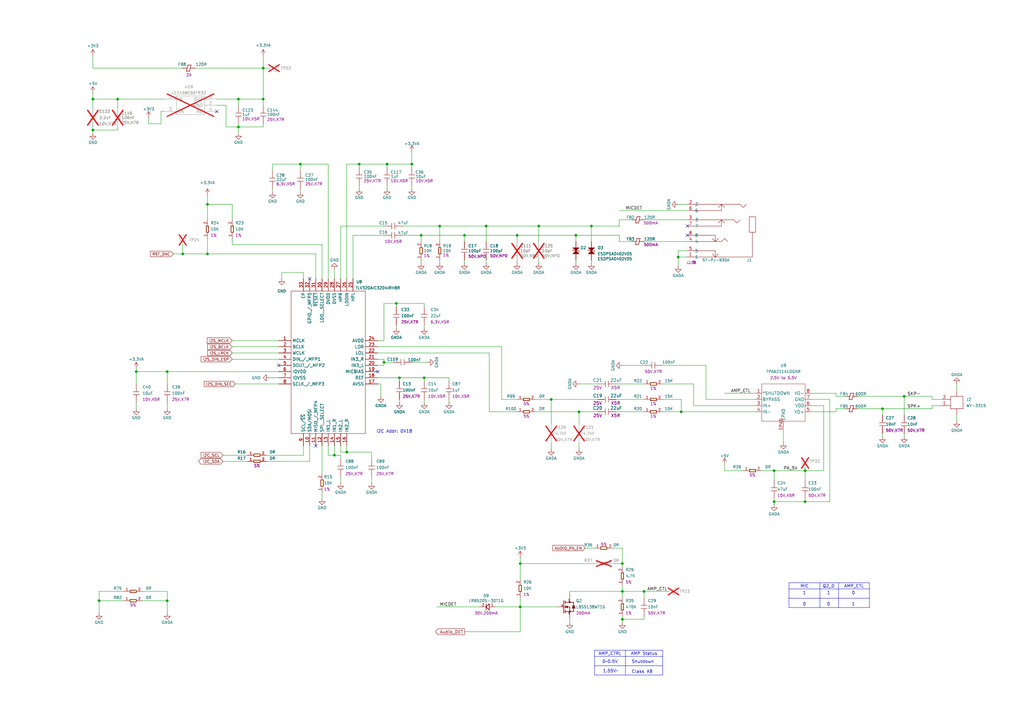
<source format=kicad_sch>
(kicad_sch (version 20250114) (generator "eeschema") (generator_version "9.0")
  (paper "A3")
  (title_block (comment 1 "Licensed under CERN-OHL-P v2"))
  (text "Shutdown" (at 263.652 271.526 0) (effects (font (size 1.27 1.27))))
  (text "MIC" (at 329.946 240.538 0) (effects (font (size 1.27 1.27))))
  (text "0~0.5V" (at 250.19 271.526 0) (effects (font (size 1.27 1.27))))
  (text "Class AB" (at 263.398 275.59 0) (effects (font (size 1.27 1.27))))
  (text "AMP_CTRL" (at 250.19 268.224 0) (effects (font (size 1.27 1.27))))
  (text "0" (at 350.012 243.332 0) (effects (font (size 1.27 1.27))))
  (text "1" (at 339.852 243.332 0) (effects (font (size 1.27 1.27))))
  (text "AMP Status" (at 264.16 268.224 0) (effects (font (size 1.27 1.27))))
  (text "AMP_CTL" (at 350.266 240.538 0) (effects (font (size 1.27 1.27))))
  (text "1" (at 350.012 247.904 0) (effects (font (size 1.27 1.27))))
  (text "0" (at 329.946 247.904 0) (effects (font (size 1.27 1.27))))
  (text "1.55V~" (at 250.444 275.336 0) (effects (font (size 1.27 1.27))))
  (text "Q2_D" (at 339.852 240.538 0) (effects (font (size 1.27 1.27))))
  (text "1" (at 329.946 243.332 0) (effects (font (size 1.27 1.27))))
  (text "I2C Addr: 0X18" (at 154.305 177.8 0) (effects (font (size 1.27 1.27)) (justify left bottom)))
  (text "0" (at 339.852 247.904 0) (effects (font (size 1.27 1.27))))
  (junction (at 107.95 27.94))
  (junction (at 85.09 83.82))
  (junction (at 370.84 162.56))
  (junction (at 237.49 168.91))
  (junction (at 317.5 193.04))
  (junction (at 264.16 242.57))
  (junction (at 163.83 154.94))
  (junction (at 142.24 185.42))
  (junction (at 330.2 193.04))
  (junction (at 157.48 148.59))
  (junction (at 172.72 96.52))
  (junction (at 279.4 168.91))
  (junction (at 74.93 104.14))
  (junction (at 38.1 40.64))
  (junction (at 40.64 246.38))
  (junction (at 212.09 96.52))
  (junction (at 68.58 152.4))
  (junction (at 236.22 96.52))
  (junction (at 48.26 40.64))
  (junction (at 107.95 40.64))
  (junction (at 190.5 96.52))
  (junction (at 85.09 104.14))
  (junction (at 255.27 254))
  (junction (at 255.27 242.57))
  (junction (at 68.58 246.38))
  (junction (at 168.91 67.31))
  (junction (at 162.56 124.46))
  (junction (at 278.13 105.41))
  (junction (at 97.79 52.07))
  (junction (at 220.98 92.71))
  (junction (at 330.2 205.74))
  (junction (at 317.5 205.74))
  (junction (at 55.88 152.4))
  (junction (at 158.75 67.31))
  (junction (at 123.19 67.31))
  (junction (at 226.06 163.83))
  (junction (at 97.79 40.64))
  (junction (at 242.57 92.71))
  (junction (at 180.34 92.71))
  (junction (at 213.36 248.92))
  (junction (at 199.39 92.71))
  (junction (at 213.36 231.14))
  (junction (at 147.32 67.31))
  (junction (at 173.99 154.94))
  (junction (at 361.95 167.64))
  (junction (at 255.27 231.14))
  (junction (at 38.1 53.34))
  (junction (at 137.16 186.69))
  (no_connect (at 88.9 45.72))
  (no_connect (at 281.94 96.52))
  (no_connect (at 154.94 152.4))
  (no_connect (at 129.54 182.88))
  (no_connect (at 114.3 149.86))
  (no_connect (at 127 114.3))
  (no_connect (at 281.94 92.71))
  (wire (pts (xy 190.5 106.68) (xy 190.5 107.95)))
  (wire (pts (xy 95.25 142.24) (xy 114.3 142.24)))
  (polyline (pts (xy 336.296 239.014) (xy 336.296 249.174)))
  (wire (pts (xy 68.58 152.4) (xy 68.58 157.48)))
  (wire (pts (xy 179.07 248.92) (xy 196.85 248.92)))
  (polyline (pts (xy 343.916 239.014) (xy 343.916 249.174)))
  (wire (pts (xy 370.84 162.56) (xy 382.27 162.56)))
  (wire (pts (xy 132.08 100.33) (xy 132.08 114.3)))
  (wire (pts (xy 139.7 185.42) (xy 142.24 185.42)))
  (wire (pts (xy 289.56 163.83) (xy 309.88 163.83)))
  (wire (pts (xy 255.27 254) (xy 264.16 254)))
  (wire (pts (xy 38.1 40.64) (xy 48.26 40.64)))
  (wire (pts (xy 219.71 168.91) (xy 237.49 168.91)))
  (wire (pts (xy 213.36 259.08) (xy 213.36 248.92)))
  (wire (pts (xy 172.72 96.52) (xy 190.5 96.52)))
  (wire (pts (xy 252.73 163.83) (xy 264.16 163.83)))
  (wire (pts (xy 172.72 106.68) (xy 172.72 107.95)))
  (wire (pts (xy 74.93 27.94) (xy 38.1 27.94)))
  (wire (pts (xy 163.83 154.94) (xy 173.99 154.94)))
  (wire (pts (xy 154.94 144.78) (xy 200.66 144.78)))
  (wire (pts (xy 236.22 96.52) (xy 236.22 99.06)))
  (wire (pts (xy 163.83 163.83) (xy 163.83 165.1)))
  (wire (pts (xy 168.91 62.23) (xy 168.91 67.31)))
  (polyline (pts (xy 323.596 239.014) (xy 323.596 249.174)))
  (wire (pts (xy 279.4 168.91) (xy 309.88 168.91)))
  (wire (pts (xy 157.48 148.59) (xy 157.48 147.32)))
  (wire (pts (xy 213.36 248.92) (xy 228.6 248.92)))
  (wire (pts (xy 95.25 144.78) (xy 114.3 144.78)))
  (wire (pts (xy 124.46 182.88) (xy 124.46 186.69)))
  (wire (pts (xy 254 86.36) (xy 281.94 86.36)))
  (wire (pts (xy 382.27 162.56) (xy 382.27 163.83)))
  (wire (pts (xy 342.9 161.29) (xy 342.9 162.56)))
  (wire (pts (xy 361.95 167.64) (xy 361.95 170.18)))
  (wire (pts (xy 255.27 224.79) (xy 255.27 231.14)))
  (wire (pts (xy 220.98 92.71) (xy 220.98 99.06)))
  (wire (pts (xy 95.25 97.79) (xy 95.25 100.33)))
  (wire (pts (xy 312.42 193.04) (xy 317.5 193.04)))
  (polyline (pts (xy 323.596 249.174) (xy 356.616 249.174)))
  (wire (pts (xy 139.7 186.69) (xy 139.7 187.96)))
  (wire (pts (xy 172.72 96.52) (xy 172.72 99.06)))
  (wire (pts (xy 107.95 52.07) (xy 97.79 52.07)))
  (wire (pts (xy 236.22 96.52) (xy 254 96.52)))
  (wire (pts (xy 48.26 40.64) (xy 67.31 40.64)))
  (wire (pts (xy 226.06 181.61) (xy 226.06 184.15)))
  (wire (pts (xy 264.16 90.17) (xy 281.94 90.17)))
  (wire (pts (xy 226.06 163.83) (xy 245.11 163.83)))
  (wire (pts (xy 107.95 27.94) (xy 107.95 22.86)))
  (polyline (pts (xy 266.7 269.24) (xy 271.78 269.24)))
  (wire (pts (xy 162.56 125.73) (xy 162.56 124.46)))
  (wire (pts (xy 154.94 154.94) (xy 163.83 154.94)))
  (polyline (pts (xy 243.84 276.86) (xy 271.78 276.86)))
  (wire (pts (xy 48.26 52.07) (xy 48.26 53.34)))
  (polyline (pts (xy 323.596 241.554) (xy 356.616 241.554)))
  (wire (pts (xy 173.99 133.35) (xy 173.99 134.62)))
  (wire (pts (xy 74.93 104.14) (xy 85.09 104.14)))
  (wire (pts (xy 111.76 67.31) (xy 111.76 69.85)))
  (wire (pts (xy 147.32 67.31) (xy 158.75 67.31)))
  (wire (pts (xy 91.44 189.23) (xy 101.6 189.23)))
  (wire (pts (xy 137.16 186.69) (xy 139.7 186.69)))
  (wire (pts (xy 123.19 77.47) (xy 123.19 78.74)))
  (wire (pts (xy 157.48 139.7) (xy 157.48 124.46)))
  (wire (pts (xy 163.83 154.94) (xy 163.83 156.21)))
  (wire (pts (xy 127 182.88) (xy 127 189.23)))
  (wire (pts (xy 289.56 149.86) (xy 289.56 163.83)))
  (wire (pts (xy 95.25 139.7) (xy 114.3 139.7)))
  (wire (pts (xy 173.99 154.94) (xy 173.99 156.21)))
  (wire (pts (xy 233.68 242.57) (xy 233.68 243.84)))
  (wire (pts (xy 284.48 166.37) (xy 309.88 166.37)))
  (wire (pts (xy 66.04 45.72) (xy 66.04 50.8)))
  (polyline (pts (xy 323.596 245.364) (xy 356.616 245.364)))
  (wire (pts (xy 154.94 149.86) (xy 157.48 149.86)))
  (wire (pts (xy 332.74 161.29) (xy 342.9 161.29)))
  (wire (pts (xy 157.48 96.52) (xy 144.78 96.52)))
  (wire (pts (xy 137.16 182.88) (xy 137.16 186.69)))
  (wire (pts (xy 213.36 231.14) (xy 213.36 237.49)))
  (wire (pts (xy 342.9 167.64) (xy 346.71 167.64)))
  (wire (pts (xy 80.01 27.94) (xy 107.95 27.94)))
  (wire (pts (xy 233.68 254) (xy 233.68 255.27)))
  (wire (pts (xy 157.48 92.71) (xy 139.7 92.71)))
  (wire (pts (xy 154.94 147.32) (xy 157.48 147.32)))
  (wire (pts (xy 220.98 106.68) (xy 220.98 107.95)))
  (wire (pts (xy 254 90.17) (xy 254 92.71)))
  (wire (pts (xy 330.2 193.04) (xy 337.82 193.04)))
  (wire (pts (xy 332.74 166.37) (xy 337.82 166.37)))
  (wire (pts (xy 173.99 124.46) (xy 173.99 125.73)))
  (wire (pts (xy 158.75 76.2) (xy 158.75 77.47)))
  (wire (pts (xy 264.16 99.06) (xy 281.94 99.06)))
  (wire (pts (xy 115.57 111.76) (xy 124.46 111.76)))
  (wire (pts (xy 342.9 167.64) (xy 342.9 168.91)))
  (wire (pts (xy 180.34 92.71) (xy 180.34 99.06)))
  (wire (pts (xy 38.1 38.1) (xy 38.1 40.64)))
  (wire (pts (xy 340.36 163.83) (xy 340.36 205.74)))
  (wire (pts (xy 251.46 224.79) (xy 255.27 224.79)))
  (wire (pts (xy 337.82 166.37) (xy 337.82 193.04)))
  (wire (pts (xy 68.58 242.57) (xy 68.58 246.38)))
  (wire (pts (xy 351.79 162.56) (xy 370.84 162.56)))
  (wire (pts (xy 321.31 175.26) (xy 321.31 181.61)))
  (wire (pts (xy 134.62 114.3) (xy 134.62 67.31)))
  (wire (pts (xy 382.27 167.64) (xy 382.27 166.37)))
  (wire (pts (xy 317.5 205.74) (xy 330.2 205.74)))
  (wire (pts (xy 236.22 106.68) (xy 236.22 107.95)))
  (wire (pts (xy 157.48 149.86) (xy 157.48 148.59)))
  (wire (pts (xy 382.27 166.37) (xy 386.08 166.37)))
  (wire (pts (xy 60.96 50.8) (xy 60.96 48.26)))
  (wire (pts (xy 158.75 67.31) (xy 168.91 67.31)))
  (wire (pts (xy 200.66 144.78) (xy 200.66 168.91)))
  (wire (pts (xy 147.32 76.2) (xy 147.32 77.47)))
  (wire (pts (xy 255.27 240.03) (xy 255.27 242.57)))
  (wire (pts (xy 114.3 154.94) (xy 110.49 154.94)))
  (wire (pts (xy 278.13 105.41) (xy 281.94 105.41)))
  (wire (pts (xy 199.39 92.71) (xy 220.98 92.71)))
  (wire (pts (xy 66.04 50.8) (xy 60.96 50.8)))
  (wire (pts (xy 111.76 77.47) (xy 111.76 78.74)))
  (wire (pts (xy 55.88 152.4) (xy 68.58 152.4)))
  (wire (pts (xy 278.13 109.22) (xy 278.13 105.41)))
  (wire (pts (xy 184.15 163.83) (xy 184.15 165.1)))
  (wire (pts (xy 168.91 67.31) (xy 168.91 68.58)))
  (wire (pts (xy 124.46 111.76) (xy 124.46 114.3)))
  (wire (pts (xy 252.73 168.91) (xy 264.16 168.91)))
  (wire (pts (xy 162.56 133.35) (xy 162.56 134.62)))
  (wire (pts (xy 180.34 106.68) (xy 180.34 107.95)))
  (wire (pts (xy 91.44 186.69) (xy 101.6 186.69)))
  (wire (pts (xy 109.22 186.69) (xy 124.46 186.69)))
  (wire (pts (xy 139.7 182.88) (xy 139.7 185.42)))
  (wire (pts (xy 297.18 161.29) (xy 309.88 161.29)))
  (wire (pts (xy 259.08 90.17) (xy 254 90.17)))
  (wire (pts (xy 330.2 204.47) (xy 330.2 205.74)))
  (wire (pts (xy 144.78 96.52) (xy 144.78 114.3)))
  (wire (pts (xy 95.25 90.17) (xy 95.25 83.82)))
  (wire (pts (xy 190.5 96.52) (xy 212.09 96.52)))
  (wire (pts (xy 157.48 124.46) (xy 162.56 124.46)))
  (wire (pts (xy 254 99.06) (xy 254 96.52)))
  (wire (pts (xy 317.5 207.01) (xy 317.5 205.74)))
  (wire (pts (xy 58.42 246.38) (xy 68.58 246.38)))
  (wire (pts (xy 332.74 163.83) (xy 340.36 163.83)))
  (wire (pts (xy 95.25 100.33) (xy 132.08 100.33)))
  (wire (pts (xy 242.57 92.71) (xy 254 92.71)))
  (wire (pts (xy 95.25 83.82) (xy 85.09 83.82)))
  (wire (pts (xy 154.94 157.48) (xy 156.21 157.48)))
  (polyline (pts (xy 323.596 239.014) (xy 356.616 239.014)))
  (wire (pts (xy 68.58 152.4) (xy 114.3 152.4)))
  (wire (pts (xy 38.1 40.64) (xy 38.1 44.45)))
  (wire (pts (xy 152.4 195.58) (xy 152.4 198.12)))
  (wire (pts (xy 330.2 191.77) (xy 330.2 193.04)))
  (wire (pts (xy 123.19 67.31) (xy 134.62 67.31)))
  (wire (pts (xy 212.09 96.52) (xy 212.09 99.06)))
  (wire (pts (xy 161.29 148.59) (xy 157.48 148.59)))
  (wire (pts (xy 271.78 168.91) (xy 279.4 168.91)))
  (wire (pts (xy 203.2 248.92) (xy 213.36 248.92)))
  (wire (pts (xy 85.09 80.01) (xy 85.09 83.82)))
  (wire (pts (xy 168.91 76.2) (xy 168.91 77.47)))
  (wire (pts (xy 85.09 83.82) (xy 85.09 90.17)))
  (wire (pts (xy 264.16 252.73) (xy 264.16 254)))
  (wire (pts (xy 237.49 157.48) (xy 245.11 157.48)))
  (wire (pts (xy 71.12 104.14) (xy 74.93 104.14)))
  (wire (pts (xy 330.2 193.04) (xy 330.2 196.85)))
  (wire (pts (xy 107.95 40.64) (xy 97.79 40.64)))
  (wire (pts (xy 180.34 92.71) (xy 199.39 92.71)))
  (wire (pts (xy 317.5 193.04) (xy 330.2 193.04)))
  (wire (pts (xy 190.5 96.52) (xy 190.5 99.06)))
  (wire (pts (xy 205.74 142.24) (xy 205.74 163.83)))
  (wire (pts (xy 297.18 193.04) (xy 304.8 193.04)))
  (wire (pts (xy 139.7 195.58) (xy 139.7 198.12)))
  (wire (pts (xy 317.5 193.04) (xy 317.5 196.85)))
  (wire (pts (xy 332.74 168.91) (xy 342.9 168.91)))
  (wire (pts (xy 111.76 67.31) (xy 123.19 67.31)))
  (wire (pts (xy 92.71 43.18) (xy 92.71 52.07)))
  (wire (pts (xy 55.88 151.13) (xy 55.88 152.4)))
  (wire (pts (xy 279.4 163.83) (xy 279.4 168.91)))
  (wire (pts (xy 95.25 147.32) (xy 114.3 147.32)))
  (wire (pts (xy 48.26 53.34) (xy 38.1 53.34)))
  (wire (pts (xy 190.5 259.08) (xy 213.36 259.08)))
  (wire (pts (xy 97.79 50.8) (xy 97.79 52.07)))
  (wire (pts (xy 184.15 156.21) (xy 184.15 154.94)))
  (wire (pts (xy 88.9 40.64) (xy 97.79 40.64)))
  (wire (pts (xy 154.94 139.7) (xy 157.48 139.7)))
  (wire (pts (xy 115.57 114.3) (xy 115.57 111.76)))
  (polyline (pts (xy 356.616 249.174) (xy 356.616 239.014)))
  (wire (pts (xy 38.1 27.94) (xy 38.1 22.86)))
  (wire (pts (xy 351.79 167.64) (xy 361.95 167.64)))
  (wire (pts (xy 284.48 157.48) (xy 284.48 166.37)))
  (wire (pts (xy 132.08 201.93) (xy 132.08 204.47)))
  (wire (pts (xy 173.99 163.83) (xy 173.99 165.1)))
  (wire (pts (xy 137.16 110.49) (xy 137.16 114.3)))
  (wire (pts (xy 154.94 142.24) (xy 205.74 142.24)))
  (wire (pts (xy 259.08 99.06) (xy 254 99.06)))
  (wire (pts (xy 220.98 92.71) (xy 242.57 92.71)))
  (wire (pts (xy 129.54 104.14) (xy 129.54 114.3)))
  (wire (pts (xy 255.27 149.86) (xy 264.16 149.86)))
  (wire (pts (xy 38.1 52.07) (xy 38.1 53.34)))
  (polyline (pts (xy 243.84 266.7) (xy 243.84 276.86)))
  (wire (pts (xy 212.09 96.52) (xy 236.22 96.52)))
  (wire (pts (xy 40.64 246.38) (xy 50.8 246.38)))
  (wire (pts (xy 361.95 177.8) (xy 361.95 179.07)))
  (wire (pts (xy 107.95 27.94) (xy 107.95 40.64)))
  (wire (pts (xy 199.39 92.71) (xy 199.39 99.06)))
  (wire (pts (xy 165.1 92.71) (xy 180.34 92.71)))
  (wire (pts (xy 97.79 52.07) (xy 97.79 54.61)))
  (polyline (pts (xy 243.84 273.05) (xy 266.7 273.05)))
  (wire (pts (xy 40.64 251.46) (xy 40.64 246.38)))
  (wire (pts (xy 40.64 242.57) (xy 50.8 242.57)))
  (wire (pts (xy 92.71 52.07) (xy 97.79 52.07)))
  (wire (pts (xy 199.39 106.68) (xy 199.39 107.95)))
  (polyline (pts (xy 256.54 266.7) (xy 256.54 276.86)))
  (wire (pts (xy 68.58 165.1) (xy 68.58 167.64)))
  (wire (pts (xy 317.5 204.47) (xy 317.5 205.74)))
  (wire (pts (xy 173.99 154.94) (xy 184.15 154.94)))
  (polyline (pts (xy 266.7 273.05) (xy 271.78 273.05)))
  (wire (pts (xy 132.08 182.88) (xy 132.08 194.31)))
  (wire (pts (xy 107.95 50.8) (xy 107.95 52.07)))
  (wire (pts (xy 237.49 168.91) (xy 245.11 168.91)))
  (wire (pts (xy 142.24 185.42) (xy 152.4 185.42)))
  (wire (pts (xy 134.62 186.69) (xy 137.16 186.69)))
  (wire (pts (xy 67.31 45.72) (xy 66.04 45.72)))
  (wire (pts (xy 38.1 53.34) (xy 38.1 54.61)))
  (wire (pts (xy 297.18 190.5) (xy 297.18 193.04)))
  (wire (pts (xy 107.95 27.94) (xy 110.49 27.94)))
  (wire (pts (xy 205.74 163.83) (xy 212.09 163.83)))
  (wire (pts (xy 242.57 106.68) (xy 242.57 107.95)))
  (wire (pts (xy 255.27 242.57) (xy 255.27 245.11)))
  (wire (pts (xy 330.2 205.74) (xy 340.36 205.74)))
  (wire (pts (xy 85.09 104.14) (xy 129.54 104.14)))
  (wire (pts (xy 237.49 168.91) (xy 237.49 173.99)))
  (wire (pts (xy 213.36 231.14) (xy 243.84 231.14)))
  (wire (pts (xy 212.09 106.68) (xy 212.09 107.95)))
  (wire (pts (xy 237.49 181.61) (xy 237.49 184.15)))
  (polyline (pts (xy 243.84 269.24) (xy 266.7 269.24)))
  (wire (pts (xy 58.42 242.57) (xy 68.58 242.57)))
  (wire (pts (xy 233.68 242.57) (xy 255.27 242.57)))
  (wire (pts (xy 219.71 163.83) (xy 226.06 163.83)))
  (wire (pts (xy 370.84 162.56) (xy 370.84 170.18)))
  (wire (pts (xy 142.24 182.88) (xy 142.24 185.42)))
  (wire (pts (xy 264.16 242.57) (xy 274.32 242.57)))
  (wire (pts (xy 40.64 246.38) (xy 40.64 242.57)))
  (wire (pts (xy 271.78 163.83) (xy 279.4 163.83)))
  (wire (pts (xy 255.27 242.57) (xy 264.16 242.57)))
  (wire (pts (xy 88.9 43.18) (xy 92.71 43.18)))
  (wire (pts (xy 213.36 228.6) (xy 213.36 231.14)))
  (wire (pts (xy 255.27 252.73) (xy 255.27 254)))
  (wire (pts (xy 240.03 224.79) (xy 243.84 224.79)))
  (wire (pts (xy 392.43 157.48) (xy 392.43 160.02)))
  (wire (pts (xy 278.13 102.87) (xy 281.94 102.87)))
  (wire (pts (xy 361.95 167.64) (xy 382.27 167.64)))
  (wire (pts (xy 123.19 67.31) (xy 123.19 69.85)))
  (wire (pts (xy 85.09 97.79) (xy 85.09 104.14)))
  (wire (pts (xy 392.43 170.18) (xy 392.43 172.72)))
  (wire (pts (xy 278.13 105.41) (xy 278.13 102.87)))
  (wire (pts (xy 158.75 67.31) (xy 158.75 68.58)))
  (wire (pts (xy 342.9 162.56) (xy 346.71 162.56)))
  (wire (pts (xy 96.52 157.48) (xy 114.3 157.48)))
  (wire (pts (xy 213.36 245.11) (xy 213.36 248.92)))
  (wire (pts (xy 165.1 96.52) (xy 172.72 96.52)))
  (wire (pts (xy 147.32 68.58) (xy 147.32 67.31)))
  (wire (pts (xy 74.93 100.33) (xy 74.93 104.14)))
  (wire (pts (xy 55.88 152.4) (xy 55.88 157.48)))
  (wire (pts (xy 162.56 124.46) (xy 173.99 124.46)))
  (wire (pts (xy 168.91 148.59) (xy 175.26 148.59)))
  (wire (pts (xy 382.27 163.83) (xy 386.08 163.83)))
  (wire (pts (xy 271.78 157.48) (xy 284.48 157.48)))
  (wire (pts (xy 252.73 157.48) (xy 264.16 157.48)))
  (wire (pts (xy 97.79 40.64) (xy 97.79 43.18)))
  (polyline (pts (xy 271.78 276.86) (xy 271.78 266.7)))
  (wire (pts (xy 109.22 189.23) (xy 127 189.23)))
  (wire (pts (xy 278.13 83.82) (xy 281.94 83.82)))
  (wire (pts (xy 242.57 92.71) (xy 242.57 99.06)))
  (wire (pts (xy 200.66 168.91) (xy 212.09 168.91)))
  (wire (pts (xy 255.27 231.14) (xy 255.27 232.41)))
  (wire (pts (xy 152.4 185.42) (xy 152.4 187.96)))
  (wire (pts (xy 107.95 40.64) (xy 107.95 43.18)))
  (wire (pts (xy 68.58 246.38) (xy 68.58 251.46)))
  (wire (pts (xy 226.06 163.83) (xy 226.06 173.99)))
  (wire (pts (xy 251.46 231.14) (xy 255.27 231.14)))
  (polyline (pts (xy 243.84 266.7) (xy 271.78 266.7)))
  (wire (pts (xy 55.88 165.1) (xy 55.88 167.64)))
  (wire (pts (xy 139.7 92.71) (xy 139.7 114.3)))
  (wire (pts (xy 370.84 177.8) (xy 370.84 179.07)))
  (wire (pts (xy 142.24 67.31) (xy 147.32 67.31)))
  (wire (pts (xy 142.24 67.31) (xy 142.24 114.3)))
  (wire (pts (xy 255.27 254) (xy 255.27 255.27)))
  (wire (pts (xy 156.21 157.48) (xy 156.21 162.56)))
  (wire (pts (xy 48.26 40.64) (xy 48.26 44.45)))
  (wire (pts (xy 134.62 182.88) (xy 134.62 186.69)))
  (wire (pts (xy 271.78 149.86) (xy 289.56 149.86)))
  (wire (pts (xy 264.16 245.11) (xy 264.16 242.57)))
  (label "MICDET" (at 256.54 86.36 0))
  (label "PA_5V" (at 321.31 193.04 0))
  (label "MICDET" (at 180.34 248.92 0))
  (label "SPK+" (at 372.11 167.64 0))
  (label "SKP-" (at 372.11 162.56 0))
  (label "AMP_CTL" (at 265.43 242.57 0))
  (label "AMP_CTL" (at 299.72 161.29 0))
  (global_label "AUDIO_PA_EN" (shape input) (at 240.03 224.79 180) (effects (font (size 1.143 1.143))) (property "Intersheetrefs" "${INTERSHEET_REFS}" (effects (hide yes))))
  (global_label "I2S_MCLK" (shape input) (at 95.25 139.7 180) (effects (font (size 1.143 1.143))) (property "Intersheetrefs" "${INTERSHEET_REFS}" (effects (hide yes))))
  (global_label "I2S_BCLK" (shape input) (at 95.25 142.24 180) (effects (font (size 1.143 1.143))) (property "Intersheetrefs" "${INTERSHEET_REFS}" (effects (hide yes))))
  (global_label "I2C_SCL" (shape input) (at 91.44 186.69 180) (effects (font (size 1.143 1.143))) (property "Intersheetrefs" "${INTERSHEET_REFS}" (effects (hide yes))))
  (global_label "I2C_SDA" (shape bidirectional) (at 91.44 189.23 180) (effects (font (size 1.143 1.143))) (property "Intersheetrefs" "${INTERSHEET_REFS}" (effects (hide yes))))
  (global_label "I2S_LRCK" (shape input) (at 95.25 144.78 180) (effects (font (size 1.143 1.143))) (property "Intersheetrefs" "${INTERSHEET_REFS}" (effects (hide yes))))
  (global_label "RST_DAC" (shape input) (at 71.12 104.14 180) (effects (font (size 1.143 1.143))) (property "Intersheetrefs" "${INTERSHEET_REFS}" (effects (hide yes))))
  (global_label "Audio_DET" (shape output) (at 190.5 259.08 180) (property "Intersheetrefs" "${INTERSHEET_REFS}" (effects (hide yes))))
  (global_label "I2S_DIN_SEC" (shape input) (at 96.52 157.48 180) (effects (font (size 1.143 1.143))) (property "Intersheetrefs" "${INTERSHEET_REFS}" (effects (hide yes))))
  (global_label "I2S_DIN_ESP" (shape input) (at 95.25 147.32 180) (effects (font (size 1.143 1.143))) (property "Intersheetrefs" "${INTERSHEET_REFS}" (effects (hide yes))))
  (symbol (lib_id "Seeed_libadl:Ferrite Bead/303030001") (at 261.62 90.17 0) (unit 1)
    (property "Reference" "FB2" (at 258.572 89.154 0) (effects (font (size 1.143 1.143))))
    (property "Value" "120R" (at 266.446 89.154 0) (effects (font (size 1.143 1.143))))
    (property "Footprint" "Inductor:L0603" (effects (hide yes)))
    (property "Description" "SMD Ferrite Bead 120R-500mA;0603" (effects (hide yes)))
    (property "Manufacturer" "Murata" (effects (hide yes)))
    (property "MPN" "BLM18AG121SN1D" (effects (hide yes)))
    (property "SKU" "303030001" (effects (hide yes)))
    (property "Part Type" "Ferrite Bead" (effects (hide yes)))
    (property "Rating" "500mA" (at 266.954 91.44 0) (effects (font (size 1.143 1.143))))
    (property "Status" "BeagleBone Carrier Board" (effects (hide yes)))
  )
  (symbol (lib_id "Seeed_libdb:Resistors/301010241") (at 267.97 163.83 0) (unit 1)
    (property "Reference" "R21" (at 261.62 162.56 0) (effects (font (size 1.143 1.143))))
    (property "Value" "15K" (at 274.32 162.56 0) (effects (font (size 1.143 1.143))))
    (property "Footprint" "Resistor:R0603" (effects (hide yes)))
    (property "Description" "SMD RES 15K-1%-1/10W;0603" (effects (hide yes)))
    (property "Manufacturer" "YAGEO" (effects (hide yes)))
    (property "MPN" "RC0603FR-0715KL" (effects (hide yes)))
    (property "SKU" "301010241" (effects (hide yes)))
    (property "Resistance" "15K" (effects (hide yes)))
    (property "Part Type" "RES" (effects (hide yes)))
    (property "Power Rating" "1%" (at 267.97 165.608 0) (effects (font (size 1.143 1.143))))
    (property "Status" "Sensecap Gateway V1" (effects (hide yes)))
    (property "Temperature" "-55°C to 155°C" (effects (hide yes)))
  )
  (symbol (lib_id "power:GND") (at 97.79 54.61 0) (unit 1)
    (property "Reference" "#PWR0243" (effects (hide yes)))
    (property "Value" "GND" (at 97.79 58.42 0) (effects (font (size 1.143 1.143))))
  )
  (symbol (lib_id "Seeed_libdb:Resistors/301010359") (at 54.61 242.57 0) (unit 1)
    (property "Reference" "R75" (at 48.26 241.3 0) (effects (font (size 1.143 1.143))))
    (property "Value" "0R" (at 60.96 241.3 0) (effects (font (size 1.143 1.143))))
    (property "Footprint" "Resistor:R0805" (effects (hide yes)))
    (property "Description" "SMD RES 0R-5%-1/8W;0805" (effects (hide yes)))
    (property "Manufacturer" "YAGEO" (effects (hide yes)))
    (property "MPN" "RC0805JR-070RL" (effects (hide yes)))
    (property "SKU" "301010359" (effects (hide yes)))
    (property "Resistance" "0R" (effects (hide yes)))
    (property "Part Type" "RES" (effects (hide yes)))
    (property "Power Rating" "5%" (effects (hide yes)))
    (property "Status" "Sensecap Gateway V1" (effects (hide yes)))
    (property "Temperature" "-55°C to 155°C" (effects (hide yes)))
  )
  (symbol (lib_id "reSpeaker:ST-PJ-930A") (at 281.94 105.41 180) (unit 1)
    (property "Reference" "J1" (at 307.34 106.68 0) (effects (font (size 1.143 1.143))))
    (property "Value" "ST-PJ-930A" (at 293.624 106.68 0) (effects (font (size 1.143 1.143))))
    (property "Footprint" "reSpeaker Library:ST-PJ-930A" (effects (hide yes)))
    (property "Description" "SMD Audio Jack;8P+2-3.5-14.6*8.7*5.69mm" (effects (hide yes)))
    (property "SKU" "320040142" (effects (hide yes)))
    (property "Manufacturer" "山旗" (at 283.718 107.696 0))
  )
  (symbol (lib_id "Seeed_libdb:Diode/304011072") (at 199.39 248.92 0) (mirror y) (unit 1)
    (property "Reference" "D9" (at 199.39 244.348 0) (effects (font (size 1.143 1.143))))
    (property "Value" "LRB520S-30T1G" (at 199.39 246.38 0) (effects (font (size 1.143 1.143))))
    (property "Footprint" "Diode:SOD-523" (effects (hide yes)))
    (property "Description" "SMD Diode Schottky 30V-200mA;SOD-523" (effects (hide yes)))
    (property "Manufacturer" "LRC" (effects (hide yes)))
    (property "MPN" "LRB520S-30T1G" (effects (hide yes)))
    (property "SKU" "304011072" (effects (hide yes)))
    (property "Part Type" "Schottky Diode" (effects (hide yes)))
    (property "Rating" "30V,200mA" (at 199.39 251.46 0) (effects (font (size 1.143 1.143))))
    (property "Temperature" " -40°C to 125°C" (effects (hide yes)))
  )
  (symbol (lib_id "Seeed_libadl:Resistors/301010047") (at 85.09 93.98 90) (unit 1)
    (property "Reference" "R24" (at 86.36 91.44 90) (effects (font (size 1.143 1.143)) (justify right)))
    (property "Value" "10K" (at 86.36 93.98 90) (effects (font (size 1.143 1.143)) (justify right)))
    (property "Footprint" "Resistor:R0402" (effects (hide yes)))
    (property "Description" "SMD RES 10K-1%-1/16W;0402" (effects (hide yes)))
    (property "Manufacturer" "YAGEO" (effects (hide yes)))
    (property "MPN" "RC0402FR-0710KL" (effects (hide yes)))
    (property "SKU" "301010047" (effects (hide yes)))
    (property "Resistance" "10K" (effects (hide yes)))
    (property "Part Type" "RES" (effects (hide yes)))
    (property "Power Rating" "1%" (at 86.36 96.52 90) (effects (font (size 1.143 1.143)) (justify right)))
    (property "Status" "BeagleBone Carrier Board" (effects (hide yes)))
    (property "Temperature" "-55°C to 155°C" (effects (hide yes)))
  )
  (symbol (lib_id "power:GNDA") (at 152.4 198.12 0) (unit 1)
    (property "Reference" "#PWR0177" (effects (hide yes)))
    (property "Value" "GNDA" (at 152.4 201.93 0) (effects (font (size 1.143 1.143))))
    (property "Description" "Power symbol creates a global label with name \"GNDA\" , analog ground" (effects (hide yes)))
  )
  (symbol (lib_id "Seeed_libdb:Capacitors/302010261") (at 226.06 177.8 0) (unit 1) (dnp yes)
    (property "Reference" "C120" (at 227.584 175.26 0) (effects (font (size 1.143 1.143)) (justify left)))
    (property "Value" "4.7nF" (at 227.584 177.8 0) (effects (font (size 1.143 1.143)) (justify left)))
    (property "Footprint" "Capacitor:C0402" (effects (hide yes)))
    (property "Description" "SMD CAP Ceramic;4.7nF-50V-10%-X7R;0402" (effects (hide yes)))
    (property "Manufacturer" "YAGEO" (effects (hide yes)))
    (property "MPN" "CC0402KRX7R9BB472" (effects (hide yes)))
    (property "SKU" "302010261" (effects (hide yes)))
    (property "Part Type" "Ceramic" (effects (hide yes)))
    (property "Voltage Rating" "50V,X7R" (at 227.584 180.34 0) (effects (font (size 1.143 1.143)) (justify left)))
    (property "Status" "BeagleBone AI TDA4VM" (effects (hide yes)))
    (property "Temperature" "-55°C to 125°C" (effects (hide yes)))
  )
  (symbol (lib_id "power:GNDA") (at 173.99 134.62 0) (unit 1)
    (property "Reference" "#PWR054" (effects (hide yes)))
    (property "Value" "GNDA" (at 173.99 138.43 0) (effects (font (size 1.143 1.143))))
    (property "Description" "Power symbol creates a global label with name \"GNDA\" , analog ground" (effects (hide yes)))
  )
  (symbol (lib_id "Seeed_libadl:Ferrite Bead/303030001") (at 261.62 99.06 0) (unit 1)
    (property "Reference" "FB3" (at 258.572 98.044 0) (effects (font (size 1.143 1.143))))
    (property "Value" "120R" (at 266.446 98.044 0) (effects (font (size 1.143 1.143))))
    (property "Footprint" "Inductor:L0603" (effects (hide yes)))
    (property "Description" "SMD Ferrite Bead 120R-500mA;0603" (effects (hide yes)))
    (property "Manufacturer" "Murata" (effects (hide yes)))
    (property "MPN" "BLM18AG121SN1D" (effects (hide yes)))
    (property "SKU" "303030001" (effects (hide yes)))
    (property "Part Type" "Ferrite Bead" (effects (hide yes)))
    (property "Rating" "500mA" (at 266.954 100.33 0) (effects (font (size 1.143 1.143))))
    (property "Status" "BeagleBone Carrier Board" (effects (hide yes)))
  )
  (symbol (lib_id "power:GNDA") (at 392.43 157.48 180) (unit 1)
    (property "Reference" "#PWR048" (effects (hide yes)))
    (property "Value" "GNDA" (at 392.43 153.67 0) (effects (font (size 1.143 1.143))))
    (property "Description" "Power symbol creates a global label with name \"GNDA\" , analog ground" (effects (hide yes)))
  )
  (symbol (lib_id "power:GND") (at 233.68 255.27 0) (unit 1)
    (property "Reference" "#PWR071" (effects (hide yes)))
    (property "Value" "GND" (at 233.68 259.08 0) (effects (font (size 1.143 1.143))))
  )
  (symbol (lib_id "power:+3.3VA") (at 55.88 151.13 0) (unit 1)
    (property "Reference" "#PWR063" (effects (hide yes)))
    (property "Value" "+3.3VA" (at 55.88 147.32 0) (effects (font (size 1.143 1.143))))
  )
  (symbol (lib_id "Seeed_libadl:Resistors/301010000") (at 247.65 224.79 0) (unit 1)
    (property "Reference" "R36" (at 241.3 223.52 0) (effects (font (size 1.143 1.143))))
    (property "Value" "0R" (at 252.73 223.52 0) (effects (font (size 1.143 1.143))))
    (property "Footprint" "Resistor:R0402" (effects (hide yes)))
    (property "Description" "SMD RES 0R-5%-1/16W;0402" (effects (hide yes)))
    (property "Manufacturer" "YAGEO" (effects (hide yes)))
    (property "MPN" "RC0402JR-070RL" (effects (hide yes)))
    (property "SKU" "301010000" (effects (hide yes)))
    (property "Resistance" "0R" (effects (hide yes)))
    (property "Part Type" "RES" (effects (hide yes)))
    (property "Power Rating" "5%" (at 247.65 223.266 0) (effects (font (size 1.143 1.143))))
    (property "Status" "BeagleBone Carrier Board" (effects (hide yes)))
    (property "Temperature" "-55°C to 155°C" (effects (hide yes)))
  )
  (symbol (lib_id "Seeed_libadl:Capacitors/302010024") (at 147.32 72.39 0) (unit 1)
    (property "Reference" "C35" (at 149.098 70.612 0) (effects (font (size 1.143 1.143)) (justify left)))
    (property "Value" "100nF" (at 149.225 72.39 0) (effects (font (size 1.143 1.143)) (justify left)))
    (property "Footprint" "Capacitor:C0402" (effects (hide yes)))
    (property "Description" "SMD CAP Ceramic 100nF-25V-10%-X7R;0402" (effects (hide yes)))
    (property "Manufacturer" "YAGEO" (effects (hide yes)))
    (property "MPN" "CC0402KRX7R8BB104" (effects (hide yes)))
    (property "SKU" "302010024" (effects (hide yes)))
    (property "Part Type" "Ceramic" (effects (hide yes)))
    (property "Voltage Rating" "25V,X7R" (at 149.098 74.168 0) (effects (font (size 1.143 1.143)) (justify left)))
    (property "Status" "BeagleBone Carrier Board" (effects (hide yes)))
    (property "Temperature" "-55°C to 125°C" (effects (hide yes)))
  )
  (symbol (lib_id "Seeed_libdb:Capacitors/302013252") (at 173.99 160.02 0) (unit 1)
    (property "Reference" "C14" (at 175.514 157.48 0) (effects (font (size 1.143 1.143)) (justify left)))
    (property "Value" "10uF" (at 175.514 160.02 0) (effects (font (size 1.143 1.143)) (justify left)))
    (property "Footprint" "Capacitor:C0603" (effects (hide yes)))
    (property "Description" "SMD CAP Ceramic 10uF-10V-10%-X5R;0603" (effects (hide yes)))
    (property "Manufacturer" "Samsung" (effects (hide yes)))
    (property "MPN" "CL10A106KP8NNNC" (effects (hide yes)))
    (property "SKU" "302013252" (effects (hide yes)))
    (property "Part Type" "Ceramic" (effects (hide yes)))
    (property "Voltage Rating" "10V,X5R" (at 175.514 162.56 0) (effects (font (size 1.143 1.143)) (justify left)))
    (property "Status" "HA VOICE KIT" (effects (hide yes)))
    (property "Temperature" "-55°C to 85°C" (effects (hide yes)))
  )
  (symbol (lib_id "Seeed_libadl:Resistors/301010047") (at 172.72 102.87 90) (unit 1)
    (property "Reference" "R18" (at 173.736 100.838 90) (effects (font (size 1.143 1.143)) (justify right)))
    (property "Value" "10K" (at 173.736 102.87 90) (effects (font (size 1.143 1.143)) (justify right)))
    (property "Footprint" "Resistor:R0402" (effects (hide yes)))
    (property "Description" "SMD RES 10K-1%-1/16W;0402" (effects (hide yes)))
    (property "Manufacturer" "YAGEO" (effects (hide yes)))
    (property "MPN" "RC0402FR-0710KL" (effects (hide yes)))
    (property "SKU" "301010047" (effects (hide yes)))
    (property "Resistance" "10K" (effects (hide yes)))
    (property "Part Type" "RES" (effects (hide yes)))
    (property "Power Rating" "1%" (at 173.736 104.902 90) (effects (font (size 1.143 1.143)) (justify right)))
    (property "Status" "BeagleBone Carrier Board" (effects (hide yes)))
    (property "Temperature" "-55°C to 155°C" (effects (hide yes)))
  )
  (symbol (lib_id "Seeed_libadl:Capacitors/302010006") (at 264.16 248.92 0) (unit 1)
    (property "Reference" "C29" (at 265.684 246.38 0) (effects (font (size 1.143 1.143)) (justify left)))
    (property "Value" "10nF" (at 265.684 248.92 0) (effects (font (size 1.143 1.143)) (justify left)))
    (property "Footprint" "Capacitor:C0402" (effects (hide yes)))
    (property "Description" "SMD CAP Ceramic 10nF-50V-10%-X7R;0402" (effects (hide yes)))
    (property "Manufacturer" "YAGEO" (effects (hide yes)))
    (property "MPN" "CC0402KRX7R9BB103" (effects (hide yes)))
    (property "SKU" "302010006" (effects (hide yes)))
    (property "Part Type" "Ceramic" (effects (hide yes)))
    (property "Voltage Rating" "50V,X7R" (at 265.684 251.46 0) (effects (font (size 1.143 1.143)) (justify left)))
    (property "Status" "BeagleBone Carrier Board" (effects (hide yes)))
    (property "Temperature" "-55°C to 125°C" (effects (hide yes)))
  )
  (symbol (lib_id "Seeed_libdb:Capacitors/302013260") (at 248.92 157.48 90) (unit 1)
    (property "Reference" "C21" (at 245.11 155.956 90))
    (property "Value" "22uF" (at 252.73 155.956 90))
    (property "Footprint" "Capacitor:C0805" (effects (hide yes)))
    (property "Description" "SMD CAP Ceramic 22uF-25V-20%-X5R;0805" (effects (hide yes)))
    (property "Manufacturer" "Samsung" (effects (hide yes)))
    (property "MPN" "CL21A226MAYNNNE" (effects (hide yes)))
    (property "SKU" "302013260" (effects (hide yes)))
    (property "Dielectric" "X5R" (at 252.476 159.004 90))
    (property "Part Type" "Ceramic" (effects (hide yes)))
    (property "Voltage Rating" "25V" (at 245.11 159.004 90))
    (property "Temperature" "-55°C to 85°C" (effects (hide yes)))
    (property "Priority" "A" (effects (hide yes)))
  )
  (symbol (lib_id "Seeed_libdb:Capacitors/302013252") (at 168.91 72.39 0) (unit 1)
    (property "Reference" "C36" (at 170.307 70.612 0) (effects (font (size 1.143 1.143)) (justify left)))
    (property "Value" "10uF" (at 170.434 72.39 0) (effects (font (size 1.143 1.143)) (justify left)))
    (property "Footprint" "Capacitor:C0603" (effects (hide yes)))
    (property "Description" "SMD CAP Ceramic 10uF-10V-10%-X5R;0603" (effects (hide yes)))
    (property "Manufacturer" "Samsung" (effects (hide yes)))
    (property "MPN" "CL10A106KP8NNNC" (effects (hide yes)))
    (property "SKU" "302013252" (effects (hide yes)))
    (property "Part Type" "Ceramic" (effects (hide yes)))
    (property "Voltage Rating" "10V,X5R" (at 170.434 74.168 0) (effects (font (size 1.143 1.143)) (justify left)))
    (property "Status" "HA VOICE KIT" (effects (hide yes)))
    (property "Temperature" "-55°C to 85°C" (effects (hide yes)))
  )
  (symbol (lib_id "Seeed_libadl:Mosfet/305031542") (at 233.68 248.92 0) (unit 1)
    (property "Reference" "Q2" (at 236.22 246.38 0) (effects (font (size 1.143 1.143)) (justify left)))
    (property "Value" "LBSS138WT1G" (at 236.22 248.92 0) (effects (font (size 1.143 1.143)) (justify left)))
    (property "Footprint" "Mosfet:SOT-323" (effects (hide yes)))
    (property "Description" "SMD MOSFET N-CH 50V-200mA;SOT-323-3" (effects (hide yes)))
    (property "Manufacturer" "LRC" (effects (hide yes)))
    (property "MPN" "LBSS138WT1G" (effects (hide yes)))
    (property "SKU" "305031542" (effects (hide yes)))
    (property "Part Type" "NMOS" (effects (hide yes)))
    (property "Rating" "200mA" (at 236.22 251.4601 0) (effects (font (size 1.143 1.143)) (justify left)))
    (property "Temperature" "-55°C to 150°C" (effects (hide yes)))
  )
  (symbol (lib_id "power:+3V3") (at 213.36 228.6 0) (unit 1)
    (property "Reference" "#PWR072" (effects (hide yes)))
    (property "Value" "+3V3" (at 213.36 224.79 0) (effects (font (size 1.143 1.143))))
  )
  (symbol (lib_id "Seeed_libadl:Ferrite Bead/303030024") (at 77.47 27.94 0) (unit 1)
    (property "Reference" "FB8" (at 74.676 26.416 0) (effects (font (size 1.143 1.143))))
    (property "Value" "120R" (at 82.55 26.416 0) (effects (font (size 1.143 1.143))))
    (property "Footprint" "Inductor:L0603" (effects (hide yes)))
    (property "Description" "SMD Ferrite Bead;120R-2A;0603" (effects (hide yes)))
    (property "Manufacturer" "Murata" (effects (hide yes)))
    (property "MPN" "BLM18PG121SN1D" (effects (hide yes)))
    (property "SKU" "303030024" (effects (hide yes)))
    (property "Part Type" "Ferrite Bead" (effects (hide yes)))
    (property "Rating" "2A" (at 77.47 30.734 0) (effects (font (size 1.143 1.143))))
    (property "Status" "BeagleBone Carrier Board" (effects (hide yes)))
    (property "Temperature" "-55°C to 125°C" (effects (hide yes)))
  )
  (symbol (lib_id "power:+5V") (at 297.18 190.5 0) (unit 1)
    (property "Reference" "#PWR051" (effects (hide yes)))
    (property "Value" "+5V" (at 297.18 186.944 0) (effects (font (size 1.143 1.143))))
  )
  (symbol (lib_id "Seeed_libdb:Resistors/301010292") (at 215.9 163.83 0) (unit 1)
    (property "Reference" "R99" (at 209.55 162.56 0) (effects (font (size 1.143 1.143))))
    (property "Value" "0R" (at 222.25 162.56 0) (effects (font (size 1.143 1.143))))
    (property "Footprint" "Resistor:R0603" (effects (hide yes)))
    (property "Description" "SMD RES 0R-5%-1/10W;0603" (effects (hide yes)))
    (property "Manufacturer" "YAGEO" (effects (hide yes)))
    (property "MPN" "RC0603JR-070RL" (effects (hide yes)))
    (property "SKU" "301010292" (effects (hide yes)))
    (property "Resistance" "0R" (effects (hide yes)))
    (property "Part Type" "RES" (effects (hide yes)))
    (property "Power Rating" "5%" (at 215.9 165.608 0) (effects (font (size 1.143 1.143))))
    (property "Temperature" "-55°C to 155°C" (effects (hide yes)))
  )
  (symbol (lib_id "Seeed_libdb:Capacitors/302013252") (at 55.88 161.29 0) (unit 1)
    (property "Reference" "C40" (at 58.42 158.7499 0) (effects (font (size 1.143 1.143)) (justify left)))
    (property "Value" "10uF" (at 58.42 161.2899 0) (effects (font (size 1.143 1.143)) (justify left)))
    (property "Footprint" "Capacitor:C0603" (effects (hide yes)))
    (property "Description" "SMD CAP Ceramic 10uF-10V-10%-X5R;0603" (effects (hide yes)))
    (property "Manufacturer" "Samsung" (effects (hide yes)))
    (property "MPN" "CL10A106KP8NNNC" (effects (hide yes)))
    (property "SKU" "302013252" (effects (hide yes)))
    (property "Part Type" "Ceramic" (effects (hide yes)))
    (property "Voltage Rating" "10V,X5R" (at 58.42 163.8299 0) (effects (font (size 1.143 1.143)) (justify left)))
    (property "Status" "HA VOICE KIT" (effects (hide yes)))
    (property "Temperature" "-55°C to 85°C" (effects (hide yes)))
  )
  (symbol (lib_id "power:GND") (at 68.58 167.64 0) (unit 1)
    (property "Reference" "#PWR064" (effects (hide yes)))
    (property "Value" "GND" (at 68.58 171.323 0) (effects (font (size 1.143 1.143))))
  )
  (symbol (lib_id "power:+3.3VA") (at 85.09 80.01 0) (unit 1)
    (property "Reference" "#PWR0161" (effects (hide yes)))
    (property "Value" "+3.3VA" (at 85.09 74.93 0) (effects (font (size 1.143 1.143))))
  )
  (symbol (lib_id "power:GNDA") (at 162.56 134.62 0) (unit 1)
    (property "Reference" "#PWR053" (effects (hide yes)))
    (property "Value" "GNDA" (at 162.56 138.43 0) (effects (font (size 1.143 1.143))))
    (property "Description" "Power symbol creates a global label with name \"GNDA\" , analog ground" (effects (hide yes)))
  )
  (symbol (lib_id "power:GNDA") (at 361.95 179.07 0) (unit 1)
    (property "Reference" "#PWR045" (effects (hide yes)))
    (property "Value" "GNDA" (at 361.95 182.88 0) (effects (font (size 1.143 1.143))))
    (property "Description" "Power symbol creates a global label with name \"GNDA\" , analog ground" (effects (hide yes)))
  )
  (symbol (lib_id "reSpeaker:TLV320AIC3204IRHBR") (at 114.3 139.7 0) (unit 1)
    (property "Reference" "U8" (at 147.32 115.57 0) (effects (font (size 1.143 1.143))))
    (property "Value" "TLV320AIC3204IRHBR" (at 154.94 118.11 0) (effects (font (size 1.143 1.143))))
    (property "Footprint" "reSpeaker Library:TLV320AIC3204IRHBR" (effects (hide yes)))
    (property "Datasheet" "http://www.ti.com/lit/gpn/tlv320aic3204" (effects (hide yes)))
    (property "Description" "SMD IC Audio Frequenc;Ultra Low Power Stereo Codec;VQFN-32" (effects (hide yes)))
    (property "Height" "1" (effects (hide yes)))
    (property "Manufacturer" "Texas Instruments" (effects (hide yes)))
    (property "MPN" "TLV320AIC3204IRHBR" (effects (hide yes)))
    (property "Mouser Part Number" "595-V320AIC3204IRHBR" (effects (hide yes)))
    (property "Mouser Price/Stock" "https://www.mouser.co.uk/ProductDetail/Texas-Instruments/TLV320AIC3204IRHBR?qs=QJfls%252B0L4ChDpvXOhuEdtQ%3D%3D" (effects (hide yes)))
    (property "Arrow Part Number" "TLV320AIC3204IRHBR" (effects (hide yes)))
    (property "Arrow Price/Stock" "https://www.arrow.com/en/products/tlv320aic3204irhbr/texas-instruments?region=nac" (effects (hide yes)))
    (property "SKU" "310080252" (effects (hide yes)))
  )
  (symbol (lib_id "power:+5V") (at 38.1 38.1 0) (unit 1)
    (property "Reference" "#PWR0240" (effects (hide yes)))
    (property "Value" "+5V" (at 38.1 34.29 0) (effects (font (size 1.143 1.143))))
  )
  (symbol (lib_id "power:GNDA") (at 175.26 148.59 90) (unit 1)
    (property "Reference" "#PWR0178" (effects (hide yes)))
    (property "Value" "GNDA" (at 179.07 148.59 0) (effects (font (size 1.143 1.143))))
    (property "Description" "Power symbol creates a global label with name \"GNDA\" , analog ground" (effects (hide yes)))
  )
  (symbol (lib_id "power:GND") (at 168.91 77.47 0) (unit 1)
    (property "Reference" "#PWR0235" (effects (hide yes)))
    (property "Value" "GND" (at 168.91 81.026 0) (effects (font (size 1.143 1.143))))
  )
  (symbol (lib_id "power:GND") (at 110.49 154.94 270) (unit 1)
    (property "Reference" "#PWR025" (effects (hide yes)))
    (property "Value" "GND" (at 106.934 154.94 90) (effects (font (size 1.143 1.143)) (justify right)))
  )
  (symbol (lib_id "Seeed_libdb:Capacitors/302010138") (at 267.97 149.86 90) (unit 1)
    (property "Reference" "C22" (at 264.16 148.59 90) (effects (font (size 1.143 1.143))))
    (property "Value" "100nF" (at 274.32 148.59 90) (effects (font (size 1.143 1.143))))
    (property "Footprint" "Capacitor:C0603" (effects (hide yes)))
    (property "Description" "SMD CAP Ceramic 100nF-50V-10%-X7R;0603" (effects (hide yes)))
    (property "Manufacturer" "YAGEO" (effects (hide yes)))
    (property "MPN" "CC0603KRX7R9BB104" (effects (hide yes)))
    (property "SKU" "302010138" (effects (hide yes)))
    (property "Part Type" "Ceramic" (effects (hide yes)))
    (property "Voltage Rating" "50V,X7R" (at 267.97 152.4 90) (effects (font (size 1.143 1.143))))
    (property "Status" "BeagleBone Carrier Board" (effects (hide yes)))
    (property "Temperature" "-55°C to 125°C" (effects (hide yes)))
  )
  (symbol (lib_id "libdb:Misc/TP45C_SMD") (at 113.03 27.94 0) (unit 1) (dnp yes)
    (property "Reference" "TP22" (at 115.062 27.94 0) (effects (font (size 1.143 1.143)) (justify left)))
    (property "Value" "Test Point" (effects (hide yes)))
    (property "Footprint" "Misc:TP-D45MIL" (effects (hide yes)))
    (property "Description" "Test Point;TP45C_SMD" (effects (hide yes)))
    (property "SKU" "TP45C_SMD" (effects (hide yes)))
    (property "Part Type" "Test Point" (effects (hide yes)))
  )
  (symbol (lib_id "Seeed_libdb:Resistors/301010292") (at 308.61 193.04 0) (unit 1)
    (property "Reference" "R39" (at 302.26 191.516 0) (effects (font (size 1.143 1.143))))
    (property "Value" "0R" (at 314.96 191.516 0) (effects (font (size 1.143 1.143))))
    (property "Footprint" "Resistor:R0603" (effects (hide yes)))
    (property "Description" "SMD RES 0R-5%-1/10W;0603" (effects (hide yes)))
    (property "Manufacturer" "YAGEO" (effects (hide yes)))
    (property "MPN" "RC0603JR-070RL" (effects (hide yes)))
    (property "SKU" "301010292" (effects (hide yes)))
    (property "Resistance" "0R" (effects (hide yes)))
    (property "Part Type" "RES" (effects (hide yes)))
    (property "Power Rating" "5%" (at 308.61 194.818 0) (effects (font (size 1.143 1.143))))
    (property "Temperature" "-55°C to 155°C" (effects (hide yes)))
  )
  (symbol (lib_id "Seeed_libadl:Capacitors/302010024") (at 152.4 191.77 0) (unit 1)
    (property "Reference" "C89" (at 154.305 189.23 0) (effects (font (size 1.143 1.143)) (justify left)))
    (property "Value" "100nF" (at 154.305 191.77 0) (effects (font (size 1.143 1.143)) (justify left)))
    (property "Footprint" "Capacitor:C0402" (effects (hide yes)))
    (property "Description" "SMD CAP Ceramic 100nF-25V-10%-X7R;0402" (effects (hide yes)))
    (property "Manufacturer" "YAGEO" (effects (hide yes)))
    (property "MPN" "CC0402KRX7R8BB104" (effects (hide yes)))
    (property "SKU" "302010024" (effects (hide yes)))
    (property "Part Type" "Ceramic" (effects (hide yes)))
    (property "Voltage Rating" "25V,X7R" (at 154.305 194.31 0) (effects (font (size 1.143 1.143)) (justify left)))
    (property "Status" "BeagleBone Carrier Board" (effects (hide yes)))
    (property "Temperature" "-55°C to 125°C" (effects (hide yes)))
  )
  (symbol (lib_id "Seeed_libadl:Capacitors/302012441") (at 199.39 102.87 0) (unit 1)
    (property "Reference" "C18" (at 200.914 100.838 0) (effects (font (size 1.143 1.143)) (justify left)))
    (property "Value" "100pF" (at 200.914 102.87 0) (effects (font (size 1.143 1.143)) (justify left)))
    (property "Footprint" "Capacitor:C0402" (effects (hide yes)))
    (property "Description" "SMD CAP Ceramic 100pF-50V-1%-COG/NPO;0402" (effects (hide yes)))
    (property "Manufacturer" "Yageo" (effects (hide yes)))
    (property "MPN" "CC0402FRNPO9BN101" (effects (hide yes)))
    (property "SKU" "302012441" (effects (hide yes)))
    (property "Part Type" "Ceramic" (effects (hide yes)))
    (property "Voltage Rating" "50V,NP0" (at 200.914 104.902 0) (effects (font (size 1.143 1.143)) (justify left)))
    (property "Status" "reSpeaker" (effects (hide yes)))
    (property "Temperature" "-55°C to 125°C" (effects (hide yes)))
  )
  (symbol (lib_id "power:GND") (at 147.32 77.47 0) (unit 1)
    (property "Reference" "#PWR055" (effects (hide yes)))
    (property "Value" "GND" (at 147.32 81.026 0) (effects (font (size 1.143 1.143))))
  )
  (symbol (lib_id "Seeed_libdb:Capacitors/302013249") (at 184.15 160.02 0) (unit 1)
    (property "Reference" "C87" (at 185.42 157.48 0) (effects (font (size 1.143 1.143)) (justify left)))
    (property "Value" "1uF" (at 185.42 160.02 0) (effects (font (size 1.143 1.143)) (justify left)))
    (property "Footprint" "Capacitor:C0402" (effects (hide yes)))
    (property "Description" "SMD CAP Ceramic 1uF-10V-10%-X5R;0402" (effects (hide yes)))
    (property "Manufacturer" "Samsung" (effects (hide yes)))
    (property "MPN" "CL05A105KP5NNNC" (effects (hide yes)))
    (property "SKU" "302013249" (effects (hide yes)))
    (property "Part Type" "Ceramic" (effects (hide yes)))
    (property "Voltage Rating" "10V,X5R" (at 185.42 162.56 0) (effects (font (size 1.143 1.143)) (justify left)))
    (property "Status" "HA Voice KIT" (effects (hide yes)))
    (property "Temperature" "-55°C to 85°C" (effects (hide yes)))
  )
  (symbol (lib_id "Seeed_libdb:Connector/320111167") (at 392.43 165.1 180) (unit 1)
    (property "Reference" "J2" (at 396.24 163.8299 0) (effects (font (size 1.143 1.143)) (justify right)))
    (property "Value" "WY-3315" (at 396.24 166.3699 0) (effects (font (size 1.143 1.143)) (justify right)))
    (property "Footprint" "Connector:JST2P_1d25_7_55x4_25x4_8mm" (effects (hide yes)))
    (property "Description" "SMD Male CONN Header;2P-1.25mm" (effects (hide yes)))
    (property "Manufacturer" "SINOTOP" (effects (hide yes)))
    (property "MPN" "WY-3315" (effects (hide yes)))
    (property "SKU" "320111167" (effects (hide yes)))
    (property "Part Type" "Connectors" (effects (hide yes)))
    (property "Status" "Future_Technolngy_Box" (effects (hide yes)))
    (property "Temperature" "-25°C to +85°C" (effects (hide yes)))
  )
  (symbol (lib_id "Seeed_libdb:Resistors/301010359") (at 54.61 246.38 0) (unit 1)
    (property "Reference" "R82" (at 48.26 245.11 0) (effects (font (size 1.143 1.143))))
    (property "Value" "0R" (at 60.96 245.11 0) (effects (font (size 1.143 1.143))))
    (property "Footprint" "Resistor:R0805" (effects (hide yes)))
    (property "Description" "SMD RES 0R-5%-1/8W;0805" (effects (hide yes)))
    (property "Manufacturer" "YAGEO" (effects (hide yes)))
    (property "MPN" "RC0805JR-070RL" (effects (hide yes)))
    (property "SKU" "301010359" (effects (hide yes)))
    (property "Resistance" "0R" (effects (hide yes)))
    (property "Part Type" "RES" (effects (hide yes)))
    (property "Power Rating" "5%" (at 54.61 248.158 0) (effects (font (size 1.143 1.143))))
    (property "Status" "Sensecap Gateway V1" (effects (hide yes)))
    (property "Temperature" "-55°C to 155°C" (effects (hide yes)))
  )
  (symbol (lib_id "power:GND") (at 111.76 78.74 0) (unit 1)
    (property "Reference" "#PWR058" (effects (hide yes)))
    (property "Value" "GND" (at 111.76 82.55 0) (effects (font (size 1.143 1.143))))
  )
  (symbol (lib_id "Seeed_libdb:Capacitors/302010006") (at 361.95 173.99 0) (unit 1)
    (property "Reference" "C27" (at 363.22 171.45 0) (effects (font (size 1.143 1.143)) (justify left)))
    (property "Value" "10nF" (at 363.22 173.99 0) (effects (font (size 1.143 1.143)) (justify left)))
    (property "Footprint" "Capacitor:C0402" (effects (hide yes)))
    (property "Description" "SMD CAP Ceramic 10nF-50V-10%-X7R;0402" (effects (hide yes)))
    (property "Manufacturer" "YAGEO" (effects (hide yes)))
    (property "MPN" "CC0402KRX7R9BB103" (effects (hide yes)))
    (property "SKU" "302010006" (effects (hide yes)))
    (property "Part Type" "Ceramic" (effects (hide yes)))
    (property "Voltage Rating" "50V,X7R" (at 363.22 176.53 0) (effects (font (size 1.143 1.143)) (justify left)))
    (property "Status" "BeagleBone Carrier Board" (effects (hide yes)))
    (property "Temperature" "-55°C to 125°C" (effects (hide yes)))
  )
  (symbol (lib_id "Seeed_libdb:Resistors/301010000") (at 105.41 189.23 0) (unit 1)
    (property "Reference" "R17" (at 99.06 187.96 0) (effects (font (size 1.143 1.143))))
    (property "Value" "0R" (at 111.76 187.96 0) (effects (font (size 1.143 1.143))))
    (property "Footprint" "Resistor:R0402" (effects (hide yes)))
    (property "Description" "SMD RES 0R-5%-1/16W;0402" (effects (hide yes)))
    (property "Manufacturer" "YAGEO" (effects (hide yes)))
    (property "MPN" "RC0402JR-070RL" (effects (hide yes)))
    (property "SKU" "301010000" (effects (hide yes)))
    (property "Resistance" "0R" (effects (hide yes)))
    (property "Part Type" "RES" (effects (hide yes)))
    (property "Power Rating" "5%" (at 105.41 191.008 0) (effects (font (size 1.143 1.143))))
    (property "Status" "BeagleBone Carrier Board" (effects (hide yes)))
    (property "Temperature" "-55°C to 155°C" (effects (hide yes)))
  )
  (symbol (lib_id "power:GNDA") (at 278.13 83.82 270) (unit 1)
    (property "Reference" "#PWR036" (effects (hide yes)))
    (property "Value" "GNDA" (at 274.32 83.82 0) (effects (font (size 1.143 1.143))))
    (property "Description" "Power symbol creates a global label with name \"GNDA\" , analog ground" (effects (hide yes)))
  )
  (symbol (lib_id "Seeed_libdb:Capacitors/302010138") (at 330.2 200.66 0) (unit 1)
    (property "Reference" "C23" (at 331.47 198.12 0) (effects (font (size 1.143 1.143)) (justify left)))
    (property "Value" "100nF" (at 331.47 200.66 0) (effects (font (size 1.143 1.143)) (justify left)))
    (property "Footprint" "Capacitor:C0603" (effects (hide yes)))
    (property "Description" "SMD CAP Ceramic 100nF-50V-10%-X7R;0603" (effects (hide yes)))
    (property "Manufacturer" "YAGEO" (effects (hide yes)))
    (property "MPN" "CC0603KRX7R9BB104" (effects (hide yes)))
    (property "SKU" "302010138" (effects (hide yes)))
    (property "Part Type" "Ceramic" (effects (hide yes)))
    (property "Voltage Rating" "50V,X7R" (at 331.47 203.2 0) (effects (font (size 1.143 1.143)) (justify left)))
    (property "Status" "BeagleBone Carrier Board" (effects (hide yes)))
    (property "Temperature" "-55°C to 125°C" (effects (hide yes)))
  )
  (symbol (lib_id "Seeed_libdb:Resistors/301010069") (at 255.27 248.92 90) (unit 1)
    (property "Reference" "R35" (at 256.54 246.3799 90) (effects (font (size 1.143 1.143)) (justify right)))
    (property "Value" "470K" (at 256.54 248.9199 90) (effects (font (size 1.143 1.143)) (justify right)))
    (property "Footprint" "Resistor:R0402" (effects (hide yes)))
    (property "Description" "SMD RES 470K-1%-1/16W;0402" (effects (hide yes)))
    (property "Manufacturer" "YAGEO" (effects (hide yes)))
    (property "MPN" "RC0402FR-07470KL" (effects (hide yes)))
    (property "SKU" "301010069" (effects (hide yes)))
    (property "Resistance" "470K" (effects (hide yes)))
    (property "Part Type" "RES" (effects (hide yes)))
    (property "Power Rating" "1%" (at 256.54 251.4599 90) (effects (font (size 1.143 1.143)) (justify right)))
    (property "Status" "Combox Pro" (effects (hide yes)))
    (property "Temperature" "-55°C to 155°C" (effects (hide yes)))
  )
  (symbol (lib_id "Seeed_libdb:Ferrite Bead/303030521") (at 349.25 167.64 0) (unit 1)
    (property "Reference" "FB5" (at 346.202 166.624 0) (effects (font (size 1.143 1.143))))
    (property "Value" "600R" (at 353.06 166.624 0) (effects (font (size 1.143 1.143))))
    (property "Footprint" "Inductor:L0603" (effects (hide yes)))
    (property "Description" "SMD Ferrite Bead;600R-500mA;0603" (effects (hide yes)))
    (property "Manufacturer" "Murata" (effects (hide yes)))
    (property "MPN" "BLM18AG601SN1D" (effects (hide yes)))
    (property "SKU" "303030521" (effects (hide yes)))
    (property "Part Type" "Ferrite Bead" (effects (hide yes)))
    (property "Rating" "500mA" (effects (hide yes)))
    (property "Status" "ReCamera-Pre" (effects (hide yes)))
    (property "Temperature" "-55°C to 125°C" (effects (hide yes)))
  )
  (symbol (lib_id "power:GND") (at 137.16 110.49 180) (unit 1)
    (property "Reference" "#PWR059" (effects (hide yes)))
    (property "Value" "GND" (at 137.16 106.68 0) (effects (font (size 1.143 1.143))))
  )
  (symbol (lib_id "Seeed_libadl:Capacitors/302010024") (at 139.7 191.77 0) (unit 1)
    (property "Reference" "C88" (at 141.605 189.23 0) (effects (font (size 1.143 1.143)) (justify left)))
    (property "Value" "100nF" (at 141.605 191.77 0) (effects (font (size 1.143 1.143)) (justify left)))
    (property "Footprint" "Capacitor:C0402" (effects (hide yes)))
    (property "Description" "SMD CAP Ceramic 100nF-25V-10%-X7R;0402" (effects (hide yes)))
    (property "Manufacturer" "YAGEO" (effects (hide yes)))
    (property "MPN" "CC0402KRX7R8BB104" (effects (hide yes)))
    (property "SKU" "302010024" (effects (hide yes)))
    (property "Part Type" "Ceramic" (effects (hide yes)))
    (property "Voltage Rating" "25V,X7R" (at 141.605 194.31 0) (effects (font (size 1.143 1.143)) (justify left)))
    (property "Status" "BeagleBone Carrier Board" (effects (hide yes)))
    (property "Temperature" "-55°C to 125°C" (effects (hide yes)))
  )
  (symbol (lib_id "power:GNDA") (at 236.22 107.95 0) (unit 1)
    (property "Reference" "#PWR0239" (effects (hide yes)))
    (property "Value" "GNDA" (at 236.22 111.76 0) (effects (font (size 1.143 1.143))))
    (property "Description" "Power symbol creates a global label with name \"GNDA\" , analog ground" (effects (hide yes)))
  )
  (symbol (lib_id "Seeed_libadl:Resistors/301010000") (at 247.65 231.14 0) (unit 1) (dnp yes)
    (property "Reference" "R37" (at 241.3 229.87 0) (effects (font (size 1.143 1.143))))
    (property "Value" "0R" (at 252.73 229.87 0) (effects (font (size 1.143 1.143))))
    (property "Footprint" "Resistor:R0402" (effects (hide yes)))
    (property "Description" "SMD RES 0R-5%-1/16W;0402" (effects (hide yes)))
    (property "Manufacturer" "YAGEO" (effects (hide yes)))
    (property "MPN" "RC0402JR-070RL" (effects (hide yes)))
    (property "SKU" "301010000" (effects (hide yes)))
    (property "Resistance" "0R" (effects (hide yes)))
    (property "Part Type" "RES" (effects (hide yes)))
    (property "Power Rating" "5%" (effects (hide yes)))
    (property "Status" "BeagleBone Carrier Board" (effects (hide yes)))
    (property "Temperature" "-55°C to 155°C" (effects (hide yes)))
  )
  (symbol (lib_id "power:GNDA") (at 184.15 165.1 0) (unit 1)
    (property "Reference" "#PWR0176" (effects (hide yes)))
    (property "Value" "GNDA" (at 184.15 168.91 0) (effects (font (size 1.143 1.143))))
    (property "Description" "Power symbol creates a global label with name \"GNDA\" , analog ground" (effects (hide yes)))
  )
  (symbol (lib_id "power:GND") (at 132.08 204.47 0) (unit 1)
    (property "Reference" "#PWR024" (effects (hide yes)))
    (property "Value" "GND" (at 132.08 208.28 0) (effects (font (size 1.143 1.143))))
  )
  (symbol (lib_id "power:GNDA") (at 220.98 107.95 0) (unit 1)
    (property "Reference" "#PWR035" (effects (hide yes)))
    (property "Value" "GNDA" (at 220.98 111.76 0) (effects (font (size 1.143 1.143))))
    (property "Description" "Power symbol creates a global label with name \"GNDA\" , analog ground" (effects (hide yes)))
  )
  (symbol (lib_id "power:GNDA") (at 255.27 149.86 270) (unit 1)
    (property "Reference" "#PWR040" (effects (hide yes)))
    (property "Value" "GNDA" (at 251.46 149.86 0) (effects (font (size 1.143 1.143))))
    (property "Description" "Power symbol creates a global label with name \"GNDA\" , analog ground" (effects (hide yes)))
  )
  (symbol (lib_id "0_Seeed_Misc:TEST-POINT") (at 74.93 97.79 90) (unit 1) (dnp yes)
    (property "Reference" "TP24" (at 77.47 98.4249 90) (effects (font (size 1.143 1.143)) (justify right)))
    (property "Value" "TEST-POINT" (effects (hide yes)))
    (property "Footprint" "Seeed_Misc:TP-D45MIL" (effects (hide yes)))
  )
  (symbol (lib_id "Seeed_libdb:Capacitors/302013249") (at 97.79 46.99 0) (unit 1)
    (property "Reference" "C123" (at 99.314 45.212 0) (effects (font (size 1.143 1.143)) (justify left)))
    (property "Value" "1uF" (at 99.314 46.99 0) (effects (font (size 1.143 1.143)) (justify left)))
    (property "Footprint" "Capacitor:C0402" (effects (hide yes)))
    (property "Description" "SMD CAP Ceramic 1uF-10V-10%-X5R;0402" (effects (hide yes)))
    (property "Manufacturer" "Samsung" (effects (hide yes)))
    (property "MPN" "CL05A105KP5NNNC" (effects (hide yes)))
    (property "SKU" "302013249" (effects (hide yes)))
    (property "Part Type" "Ceramic" (effects (hide yes)))
    (property "Voltage Rating" "10V,X5R" (at 99.314 48.768 0) (effects (font (size 1.143 1.143)) (justify left)))
    (property "Status" "HA Voice KIT" (effects (hide yes)))
    (property "Temperature" "-55°C to 85°C" (effects (hide yes)))
  )
  (symbol (lib_id "power:GND") (at 40.64 251.46 0) (unit 1)
    (property "Reference" "#PWR052" (effects (hide yes)))
    (property "Value" "GND" (at 40.64 255.27 0) (effects (font (size 1.143 1.143))))
  )
  (symbol (lib_id "power:GNDA") (at 237.49 184.15 0) (unit 1)
    (property "Reference" "#PWR0238" (effects (hide yes)))
    (property "Value" "GNDA" (at 237.49 187.96 0) (effects (font (size 1.143 1.143))))
    (property "Description" "Power symbol creates a global label with name \"GNDA\" , analog ground" (effects (hide yes)))
  )
  (symbol (lib_id "Seeed_libdb:Capacitors/302010054") (at 38.1 48.26 0) (unit 1) (dnp yes)
    (property "Reference" "C122" (at 40.64 45.7199 0) (effects (font (size 1.143 1.143)) (justify left)))
    (property "Value" "2.2uF" (at 40.64 48.2599 0) (effects (font (size 1.143 1.143)) (justify left)))
    (property "Footprint" "Capacitor:C0603" (effects (hide yes)))
    (property "Description" "SMD CAP Ceramic 2.2uF-10V-10%-X7R;0603" (effects (hide yes)))
    (property "Manufacturer" "YAGEO" (effects (hide yes)))
    (property "MPN" "CC0603KRX7R6BB225" (effects (hide yes)))
    (property "SKU" "302010054" (effects (hide yes)))
    (property "Part Type" "Ceramic" (effects (hide yes)))
    (property "Voltage Rating" "10V,X7R" (at 40.64 50.7999 0) (effects (font (size 1.143 1.143)) (justify left)))
    (property "Status" "Sensecap Gateway V1" (effects (hide yes)))
    (property "Temperature" "-55°C to 125°C" (effects (hide yes)))
  )
  (symbol (lib_id "power:GNDA") (at 156.21 162.56 0) (unit 1)
    (property "Reference" "#PWR026" (effects (hide yes)))
    (property "Value" "GNDA" (at 156.21 166.37 0) (effects (font (size 1.143 1.143))))
    (property "Description" "Power symbol creates a global label with name \"GNDA\" , analog ground" (effects (hide yes)))
  )
  (symbol (lib_id "Seeed_libadl:Diode/304060074") (at 236.22 102.87 90) (unit 1)
    (property "Reference" "D2" (at 237.998 101.6 90) (effects (font (size 1.143 1.143)) (justify right)))
    (property "Value" "ESDPSA0402V05" (at 245.11 106.172 90) (effects (font (size 1.143 1.143)) (justify right)))
    (property "Footprint" "Diode:ESD-0402" (effects (hide yes)))
    (property "Description" "SMD Diode ESD 0.05pF;0402" (effects (hide yes)))
    (property "Manufacturer" "SEMITEL" (effects (hide yes)))
    (property "MPN" "ESDPSA0402V05" (effects (hide yes)))
    (property "SKU" "304060074" (effects (hide yes)))
    (property "Part Type" "ESD" (effects (hide yes)))
  )
  (symbol (lib_id "power:GNDA") (at 163.83 165.1 0) (unit 1)
    (property "Reference" "#PWR027" (effects (hide yes)))
    (property "Value" "GNDA" (at 163.83 168.91 0) (effects (font (size 1.143 1.143))))
    (property "Description" "Power symbol creates a global label with name \"GNDA\" , analog ground" (effects (hide yes)))
  )
  (symbol (lib_id "Seeed_libadl:Capacitors/302010024") (at 123.19 73.66 0) (unit 1)
    (property "Reference" "C37" (at 125.095 71.882 0) (effects (font (size 1.143 1.143)) (justify left)))
    (property "Value" "100nF" (at 125.095 73.66 0) (effects (font (size 1.143 1.143)) (justify left)))
    (property "Footprint" "Capacitor:C0402" (effects (hide yes)))
    (property "Description" "SMD CAP Ceramic 100nF-25V-10%-X7R;0402" (effects (hide yes)))
    (property "Manufacturer" "YAGEO" (effects (hide yes)))
    (property "MPN" "CC0402KRX7R8BB104" (effects (hide yes)))
    (property "SKU" "302010024" (effects (hide yes)))
    (property "Part Type" "Ceramic" (effects (hide yes)))
    (property "Voltage Rating" "25V,X7R" (at 125.095 75.438 0) (effects (font (size 1.143 1.143)) (justify left)))
    (property "Status" "BeagleBone Carrier Board" (effects (hide yes)))
    (property "Temperature" "-55°C to 125°C" (effects (hide yes)))
  )
  (symbol (lib_id "Seeed_libdb:Capacitors/302013260") (at 248.92 163.83 90) (unit 1)
    (property "Reference" "C19" (at 245.11 162.306 90))
    (property "Value" "22uF" (at 252.73 162.306 90))
    (property "Footprint" "Capacitor:C0805" (effects (hide yes)))
    (property "Description" "SMD CAP Ceramic 22uF-25V-20%-X5R;0805" (effects (hide yes)))
    (property "Manufacturer" "Samsung" (effects (hide yes)))
    (property "MPN" "CL21A226MAYNNNE" (effects (hide yes)))
    (property "SKU" "302013260" (effects (hide yes)))
    (property "Dielectric" "X5R" (at 252.476 165.354 90))
    (property "Part Type" "Ceramic" (effects (hide yes)))
    (property "Voltage Rating" "25V" (at 245.11 165.354 90))
    (property "Temperature" "-55°C to 85°C" (effects (hide yes)))
    (property "Priority" "A" (effects (hide yes)))
  )
  (symbol (lib_id "Seeed_libadl:Resistors/301010047") (at 95.25 93.98 90) (unit 1)
    (property "Reference" "R23" (at 96.52 91.44 90) (effects (font (size 1.143 1.143)) (justify right)))
    (property "Value" "10K" (at 96.52 93.98 90) (effects (font (size 1.143 1.143)) (justify right)))
    (property "Footprint" "Resistor:R0402" (effects (hide yes)))
    (property "Description" "SMD RES 10K-1%-1/16W;0402" (effects (hide yes)))
    (property "Manufacturer" "YAGEO" (effects (hide yes)))
    (property "MPN" "RC0402FR-0710KL" (effects (hide yes)))
    (property "SKU" "301010047" (effects (hide yes)))
    (property "Resistance" "10K" (effects (hide yes)))
    (property "Part Type" "RES" (effects (hide yes)))
    (property "Power Rating" "1%" (at 96.52 96.52 90) (effects (font (size 1.143 1.143)) (justify right)))
    (property "Status" "BeagleBone Carrier Board" (effects (hide yes)))
    (property "Temperature" "-55°C to 155°C" (effects (hide yes)))
  )
  (symbol (lib_id "power:+3.3VA") (at 168.91 62.23 0) (unit 1)
    (property "Reference" "#PWR061" (effects (hide yes)))
    (property "Value" "+3.3VA" (at 168.91 58.928 0) (effects (font (size 1.143 1.143))))
  )
  (symbol (lib_id "Seeed_libdb:Ic/310032530") (at 77.47 43.18 0) (unit 1) (dnp yes)
    (property "Reference" "U19" (at 77.47 35.56 0) (effects (font (size 1.143 1.143))))
    (property "Value" "LC1458CB5TR33" (at 77.47 38.1 0) (effects (font (size 1.143 1.143))))
    (property "Footprint" "Ic:SOT-23-5" (effects (hide yes)))
    (property "Description" "SMD IC PMIC;LDO-3.3V-500mA;SOT23-5" (effects (hide yes)))
    (property "Manufacturer" "LEADCHIP" (effects (hide yes)))
    (property "MPN" "LC1458CB5TR33" (effects (hide yes)))
    (property "SKU" "310032530" (effects (hide yes)))
    (property "Part Type" "LDO" (effects (hide yes)))
    (property "Temperature" "-40°C to +85°C" (effects (hide yes)))
  )
  (symbol (lib_id "Seeed_libdb:Resistors/301010010") (at 255.27 236.22 90) (unit 1)
    (property "Reference" "R25" (at 256.54 233.6799 90) (effects (font (size 1.143 1.143)) (justify right)))
    (property "Value" "4.7K" (at 256.54 236.2199 90) (effects (font (size 1.143 1.143)) (justify right)))
    (property "Footprint" "Resistor:R0402" (effects (hide yes)))
    (property "Description" "SMD RES 4.7K-5%-1/16W;0402" (effects (hide yes)))
    (property "Manufacturer" "YAGEO" (effects (hide yes)))
    (property "MPN" "RC0402JR-074K7L" (effects (hide yes)))
    (property "SKU" "301010010" (effects (hide yes)))
    (property "Resistance" "4.7K" (effects (hide yes)))
    (property "Part Type" "RES" (effects (hide yes)))
    (property "Power Rating" "5%" (at 256.54 238.7599 90) (effects (font (size 1.143 1.143)) (justify right)))
    (property "Status" "BeagleBone Carrier Board" (effects (hide yes)))
    (property "Temperature" "-55°C to 155°C" (effects (hide yes)))
  )
  (symbol (lib_id "power:+3V3") (at 38.1 22.86 0) (unit 1)
    (property "Reference" "#PWR066" (effects (hide yes)))
    (property "Value" "+3V3" (at 38.1 18.796 0) (effects (font (size 1.143 1.143))))
  )
  (symbol (lib_id "Seeed_libdb:Capacitors/302013260") (at 248.92 168.91 90) (unit 1)
    (property "Reference" "C20" (at 245.11 167.386 90))
    (property "Value" "22uF" (at 252.73 167.386 90))
    (property "Footprint" "Capacitor:C0805" (effects (hide yes)))
    (property "Description" "SMD CAP Ceramic 22uF-25V-20%-X5R;0805" (effects (hide yes)))
    (property "Manufacturer" "Samsung" (effects (hide yes)))
    (property "MPN" "CL21A226MAYNNNE" (effects (hide yes)))
    (property "SKU" "302013260" (effects (hide yes)))
    (property "Dielectric" "X5R" (at 252.476 170.434 90))
    (property "Part Type" "Ceramic" (effects (hide yes)))
    (property "Voltage Rating" "25V" (at 245.11 170.434 90))
    (property "Temperature" "-55°C to 85°C" (effects (hide yes)))
    (property "Priority" "A" (effects (hide yes)))
  )
  (symbol (lib_id "Seeed_libadl:Diode/304060074") (at 242.57 102.87 90) (unit 1)
    (property "Reference" "D3" (at 245.11 101.5999 90) (effects (font (size 1.143 1.143)) (justify right)))
    (property "Value" "ESDPSA0402V05" (at 245.11 104.1399 90) (effects (font (size 1.143 1.143)) (justify right)))
    (property "Footprint" "Diode:ESD-0402" (effects (hide yes)))
    (property "Description" "SMD Diode ESD 0.05pF;0402" (effects (hide yes)))
    (property "Manufacturer" "SEMITEL" (effects (hide yes)))
    (property "MPN" "ESDPSA0402V05" (effects (hide yes)))
    (property "SKU" "304060074" (effects (hide yes)))
    (property "Part Type" "ESD" (effects (hide yes)))
  )
  (symbol (lib_id "Seeed_libdb:Capacitors/302013254") (at 111.76 73.66 0) (unit 1)
    (property "Reference" "C38" (at 113.284 71.882 0) (effects (font (size 1.143 1.143)) (justify left)))
    (property "Value" "22uF" (at 113.284 73.66 0) (effects (font (size 1.143 1.143)) (justify left)))
    (property "Footprint" "Capacitor:C0603" (effects (hide yes)))
    (property "Description" "SMD CAP Ceramic 22uF-6.3V-20%-X5R;0603" (effects (hide yes)))
    (property "Manufacturer" "Samsung" (effects (hide yes)))
    (property "MPN" "CL10A226MQ8NRNC" (effects (hide yes)))
    (property "SKU" "302013254" (effects (hide yes)))
    (property "Part Type" "Ceramic" (effects (hide yes)))
    (property "Voltage Rating" "6.3V,X5R" (at 113.284 75.438 0) (effects (font (size 1.143 1.143)) (justify left)))
    (property "Status" "reSpeaker" (effects (hide yes)))
    (property "Temperature" "-55°C to 85°C" (effects (hide yes)))
  )
  (symbol (lib_id "Seeed_libadl:Capacitors/302010024") (at 68.58 161.29 0) (unit 1)
    (property "Reference" "C39" (at 70.485 158.75 0) (effects (font (size 1.143 1.143)) (justify left)))
    (property "Value" "100nF" (at 70.485 161.29 0) (effects (font (size 1.143 1.143)) (justify left)))
    (property "Footprint" "Capacitor:C0402" (effects (hide yes)))
    (property "Description" "SMD CAP Ceramic 100nF-25V-10%-X7R;0402" (effects (hide yes)))
    (property "Manufacturer" "YAGEO" (effects (hide yes)))
    (property "MPN" "CC0402KRX7R8BB104" (effects (hide yes)))
    (property "SKU" "302010024" (effects (hide yes)))
    (property "Part Type" "Ceramic" (effects (hide yes)))
    (property "Voltage Rating" "25V,X7R" (at 70.485 163.83 0) (effects (font (size 1.143 1.143)) (justify left)))
    (property "Status" "BeagleBone Carrier Board" (effects (hide yes)))
    (property "Temperature" "-55°C to 125°C" (effects (hide yes)))
  )
  (symbol (lib_id "Seeed_libadl:Capacitors/302010024") (at 107.95 46.99 0) (unit 1)
    (property "Reference" "C144" (at 109.474 45.212 0) (effects (font (size 1.143 1.143)) (justify left)))
    (property "Value" "100nF" (at 109.474 46.99 0) (effects (font (size 1.143 1.143)) (justify left)))
    (property "Footprint" "Capacitor:C0402" (effects (hide yes)))
    (property "Description" "SMD CAP Ceramic 100nF-25V-10%-X7R;0402" (effects (hide yes)))
    (property "Manufacturer" "YAGEO" (effects (hide yes)))
    (property "MPN" "CC0402KRX7R8BB104" (effects (hide yes)))
    (property "SKU" "302010024" (effects (hide yes)))
    (property "Part Type" "Ceramic" (effects (hide yes)))
    (property "Voltage Rating" "25V,X7R" (at 109.474 49.022 0) (effects (font (size 1.143 1.143)) (justify left)))
    (property "Status" "BeagleBone Carrier Board" (effects (hide yes)))
    (property "Temperature" "-55°C to 125°C" (effects (hide yes)))
  )
  (symbol (lib_id "power:GNDA") (at 180.34 107.95 0) (unit 1)
    (property "Reference" "#PWR030" (effects (hide yes)))
    (property "Value" "GNDA" (at 180.34 111.76 0) (effects (font (size 1.143 1.143))))
    (property "Description" "Power symbol creates a global label with name \"GNDA\" , analog ground" (effects (hide yes)))
  )
  (symbol (lib_id "power:GNDA") (at 139.7 198.12 0) (unit 1)
    (property "Reference" "#PWR0162" (effects (hide yes)))
    (property "Value" "GNDA" (at 139.7 201.93 0) (effects (font (size 1.143 1.143))))
    (property "Description" "Power symbol creates a global label with name \"GNDA\" , analog ground" (effects (hide yes)))
  )
  (symbol (lib_id "power:GNDA") (at 212.09 107.95 0) (unit 1)
    (property "Reference" "#PWR034" (effects (hide yes)))
    (property "Value" "GNDA" (at 212.09 111.76 0) (effects (font (size 1.143 1.143))))
    (property "Description" "Power symbol creates a global label with name \"GNDA\" , analog ground" (effects (hide yes)))
  )
  (symbol (lib_id "power:+3.3VA") (at 107.95 22.86 0) (unit 1)
    (property "Reference" "#PWR0142" (effects (hide yes)))
    (property "Value" "+3.3VA" (at 107.95 18.542 0) (effects (font (size 1.143 1.143))))
  )
  (symbol (lib_id "power:GNDA") (at 242.57 107.95 0) (unit 1)
    (property "Reference" "#PWR0256" (effects (hide yes)))
    (property "Value" "GNDA" (at 242.57 111.76 0) (effects (font (size 1.143 1.143))))
    (property "Description" "Power symbol creates a global label with name \"GNDA\" , analog ground" (effects (hide yes)))
  )
  (symbol (lib_id "Seeed_libdb:Resistors/301010241") (at 267.97 157.48 0) (unit 1)
    (property "Reference" "R22" (at 261.62 156.21 0) (effects (font (size 1.143 1.143))))
    (property "Value" "15K" (at 274.32 156.21 0) (effects (font (size 1.143 1.143))))
    (property "Footprint" "Resistor:R0603" (effects (hide yes)))
    (property "Description" "SMD RES 15K-1%-1/10W;0603" (effects (hide yes)))
    (property "Manufacturer" "YAGEO" (effects (hide yes)))
    (property "MPN" "RC0603FR-0715KL" (effects (hide yes)))
    (property "SKU" "301010241" (effects (hide yes)))
    (property "Resistance" "15K" (effects (hide yes)))
    (property "Part Type" "RES" (effects (hide yes)))
    (property "Power Rating" "1%" (at 267.97 159.258 0) (effects (font (size 1.143 1.143))))
    (property "Status" "Sensecap Gateway V1" (effects (hide yes)))
    (property "Temperature" "-55°C to 155°C" (effects (hide yes)))
  )
  (symbol (lib_id "Seeed_libadl:Capacitors/302010024") (at 162.56 129.54 0) (unit 1)
    (property "Reference" "C33" (at 164.465 127 0) (effects (font (size 1.143 1.143)) (justify left)))
    (property "Value" "100nF" (at 164.465 129.54 0) (effects (font (size 1.143 1.143)) (justify left)))
    (property "Footprint" "Capacitor:C0402" (effects (hide yes)))
    (property "Description" "SMD CAP Ceramic 100nF-25V-10%-X7R;0402" (effects (hide yes)))
    (property "Manufacturer" "YAGEO" (effects (hide yes)))
    (property "MPN" "CC0402KRX7R8BB104" (effects (hide yes)))
    (property "SKU" "302010024" (effects (hide yes)))
    (property "Part Type" "Ceramic" (effects (hide yes)))
    (property "Voltage Rating" "25V,X7R" (at 164.465 132.08 0) (effects (font (size 1.143 1.143)) (justify left)))
    (property "Status" "BeagleBone Carrier Board" (effects (hide yes)))
    (property "Temperature" "-55°C to 125°C" (effects (hide yes)))
  )
  (symbol (lib_id "Seeed_libadl:Resistors/301010047") (at 213.36 241.3 90) (unit 1)
    (property "Reference" "R26" (at 214.63 238.76 90) (effects (font (size 1.143 1.143)) (justify right)))
    (property "Value" "10K" (at 214.63 241.3 90) (effects (font (size 1.143 1.143)) (justify right)))
    (property "Footprint" "Resistor:R0402" (effects (hide yes)))
    (property "Description" "SMD RES 10K-1%-1/16W;0402" (effects (hide yes)))
    (property "Manufacturer" "YAGEO" (effects (hide yes)))
    (property "MPN" "RC0402FR-0710KL" (effects (hide yes)))
    (property "SKU" "301010047" (effects (hide yes)))
    (property "Resistance" "10K" (effects (hide yes)))
    (property "Part Type" "RES" (effects (hide yes)))
    (property "Power Rating" "1%" (at 214.63 243.84 90) (effects (font (size 1.143 1.143)) (justify right)))
    (property "Status" "BeagleBone Carrier Board" (effects (hide yes)))
    (property "Temperature" "-55°C to 155°C" (effects (hide yes)))
  )
  (symbol (lib_id "0_Seeed_Misc:TEST-POINT") (at 276.86 242.57 0) (unit 1) (dnp yes)
    (property "Reference" "TP23" (at 282.956 242.57 0) (effects (font (size 1.143 1.143)) (justify right)))
    (property "Value" "TEST-POINT" (effects (hide yes)))
    (property "Footprint" "Seeed_Misc:TP-D45MIL" (effects (hide yes)))
  )
  (symbol (lib_id "Seeed_libadl:Capacitors/302010024") (at 163.83 160.02 0) (unit 1)
    (property "Reference" "C13" (at 165.1 157.48 0) (effects (font (size 1.143 1.143)) (justify left)))
    (property "Value" "100nF" (at 165.1 160.02 0) (effects (font (size 1.143 1.143)) (justify left)))
    (property "Footprint" "Capacitor:C0402" (effects (hide yes)))
    (property "Description" "SMD CAP Ceramic 100nF-25V-10%-X7R;0402" (effects (hide yes)))
    (property "Manufacturer" "YAGEO" (effects (hide yes)))
    (property "MPN" "CC0402KRX7R8BB104" (effects (hide yes)))
    (property "SKU" "302010024" (effects (hide yes)))
    (property "Part Type" "Ceramic" (effects (hide yes)))
    (property "Voltage Rating" "25V,X7R" (at 165.1 162.56 0) (effects (font (size 1.143 1.143)) (justify left)))
    (property "Status" "BeagleBone Carrier Board" (effects (hide yes)))
    (property "Temperature" "-55°C to 125°C" (effects (hide yes)))
  )
  (symbol (lib_id "libdb:Misc/TP45C_SMD") (at 330.2 189.23 90) (unit 1) (dnp yes)
    (property "Reference" "TP33" (at 331.978 189.23 90) (effects (font (size 1.143 1.143)) (justify right)))
    (property "Value" "Test Point" (effects (hide yes)))
    (property "Footprint" "Misc:TP-D45MIL" (effects (hide yes)))
    (property "Description" "Test Point;TP45C_SMD" (effects (hide yes)))
    (property "SKU" "TP45C_SMD" (effects (hide yes)))
    (property "Part Type" "Test Point" (effects (hide yes)))
  )
  (symbol (lib_id "power:GNDA") (at 321.31 181.61 0) (unit 1)
    (property "Reference" "#PWR041" (effects (hide yes)))
    (property "Value" "GNDA" (at 321.31 185.42 0) (effects (font (size 1.143 1.143))))
    (property "Description" "Power symbol creates a global label with name \"GNDA\" , analog ground" (effects (hide yes)))
  )
  (symbol (lib_id "power:GNDA") (at 172.72 107.95 0) (unit 1)
    (property "Reference" "#PWR029" (effects (hide yes)))
    (property "Value" "GNDA" (at 172.72 111.76 0) (effects (font (size 1.143 1.143))))
    (property "Description" "Power symbol creates a global label with name \"GNDA\" , analog ground" (effects (hide yes)))
  )
  (symbol (lib_id "Seeed_libdb:Capacitors/302013265") (at 317.5 200.66 0) (unit 1)
    (property "Reference" "C24" (at 318.77 198.12 0) (effects (font (size 1.143 1.143)) (justify left)))
    (property "Value" "47uF" (at 318.77 200.66 0) (effects (font (size 1.143 1.143)) (justify left)))
    (property "Footprint" "Capacitor:C1206" (effects (hide yes)))
    (property "Description" "SMD CAP Ceramic 47uF-10V-20%-X5R;1206" (effects (hide yes)))
    (property "Manufacturer" "Samsung" (effects (hide yes)))
    (property "MPN" "CL31A476MPHNNNE" (effects (hide yes)))
    (property "SKU" "302013265" (effects (hide yes)))
    (property "Part Type" "Ceramic" (effects (hide yes)))
    (property "Voltage Rating" "10V,X5R" (at 318.77 203.2 0) (effects (font (size 1.143 1.143)) (justify left)))
    (property "Status" "reSpeaker" (effects (hide yes)))
    (property "Temperature" "-55°C to 85°C" (effects (hide yes)))
  )
  (symbol (lib_id "power:GNDA") (at 190.5 107.95 0) (unit 1)
    (property "Reference" "#PWR031" (effects (hide yes)))
    (property "Value" "GNDA" (at 190.5 111.76 0) (effects (font (size 1.143 1.143))))
    (property "Description" "Power symbol creates a global label with name \"GNDA\" , analog ground" (effects (hide yes)))
  )
  (symbol (lib_id "power:GND") (at 115.57 114.3 0) (unit 1)
    (property "Reference" "#PWR062" (effects (hide yes)))
    (property "Value" "GND" (at 115.57 119.38 0) (effects (font (size 1.143 1.143))))
  )
  (symbol (lib_id "Seeed_libadl:Capacitors/302012441") (at 190.5 102.87 0) (unit 1)
    (property "Reference" "C17" (at 192.024 100.838 0) (effects (font (size 1.143 1.143)) (justify left)))
    (property "Value" "100pF" (at 192.024 102.87 0) (effects (font (size 1.143 1.143)) (justify left)))
    (property "Footprint" "Capacitor:C0402" (effects (hide yes)))
    (property "Description" "SMD CAP Ceramic 100pF-50V-1%-COG/NPO;0402" (effects (hide yes)))
    (property "Manufacturer" "Yageo" (effects (hide yes)))
    (property "MPN" "CC0402FRNPO9BN101" (effects (hide yes)))
    (property "SKU" "302012441" (effects (hide yes)))
    (property "Part Type" "Ceramic" (effects (hide yes)))
    (property "Voltage Rating" "50V,NP0" (at 192.024 105.156 0) (effects (font (size 1.143 1.143)) (justify left)))
    (property "Status" "reSpeaker" (effects (hide yes)))
    (property "Temperature" "-55°C to 125°C" (effects (hide yes)))
  )
  (symbol (lib_id "Seeed_libadl:Capacitors/302013265") (at 161.29 92.71 90) (unit 1)
    (property "Reference" "C15" (at 157.226 91.44 90) (effects (font (size 1.143 1.143))))
    (property "Value" "47uF" (at 165.354 91.44 90) (effects (font (size 1.143 1.143))))
    (property "Footprint" "Capacitor:C1206" (effects (hide yes)))
    (property "Description" "SMD CAP Ceramic 47uF-10V-20%-X5R;1206" (effects (hide yes)))
    (property "Manufacturer" "Samsung" (effects (hide yes)))
    (property "MPN" "CL31A476MPHNNNE" (effects (hide yes)))
    (property "SKU" "302013265" (effects (hide yes)))
    (property "Part Type" "Ceramic" (effects (hide yes)))
    (property "Voltage Rating" "10V,X5R" (effects (hide yes)))
    (property "Status" "reSpeaker" (effects (hide yes)))
    (property "Temperature" "-55°C to 85°C" (effects (hide yes)))
  )
  (symbol (lib_id "Seeed_libdb:Ferrite Bead/303030521") (at 349.25 162.56 0) (unit 1)
    (property "Reference" "FB4" (at 346.202 161.544 0) (effects (font (size 1.143 1.143))))
    (property "Value" "600R" (at 353.06 161.544 0) (effects (font (size 1.143 1.143))))
    (property "Footprint" "Inductor:L0603" (effects (hide yes)))
    (property "Description" "SMD Ferrite Bead;600R-500mA;0603" (effects (hide yes)))
    (property "Manufacturer" "Murata" (effects (hide yes)))
    (property "MPN" "BLM18AG601SN1D" (effects (hide yes)))
    (property "SKU" "303030521" (effects (hide yes)))
    (property "Part Type" "Ferrite Bead" (effects (hide yes)))
    (property "Rating" "500mA" (effects (hide yes)))
    (property "Status" "ReCamera-Pre" (effects (hide yes)))
    (property "Temperature" "-55°C to 125°C" (effects (hide yes)))
  )
  (symbol (lib_id "Seeed_libdb:Capacitors/302010001") (at 220.98 102.87 0) (unit 1) (dnp yes)
    (property "Reference" "C125" (at 222.25 100.838 0) (effects (font (size 1.143 1.143)) (justify left)))
    (property "Value" "10pF" (at 222.25 102.87 0) (effects (font (size 1.143 1.143)) (justify left)))
    (property "Footprint" "Capacitor:C0402" (effects (hide yes)))
    (property "Description" "SMD CAP Ceramic 10pF-50V-5%-NPO;0402" (effects (hide yes)))
    (property "Manufacturer" "YAGEO" (effects (hide yes)))
    (property "MPN" "CC0402JRNPO9BN100" (effects (hide yes)))
    (property "SKU" "302010001" (effects (hide yes)))
    (property "Part Type" "Ceramic" (effects (hide yes)))
    (property "Voltage Rating" "50V,NPO" (at 222.25 104.902 0) (effects (font (size 1.143 1.143)) (justify left)))
    (property "Status" "BeagleBone Carrier Board" (effects (hide yes)))
    (property "Temperature" "-55°C to 125°C" (effects (hide yes)))
  )
  (symbol (lib_id "power:GND") (at 158.75 77.47 0) (unit 1)
    (property "Reference" "#PWR056" (effects (hide yes)))
    (property "Value" "GND" (at 158.75 81.026 0) (effects (font (size 1.143 1.143))))
  )
  (symbol (lib_id "Seeed_libdb:Capacitors/302013254") (at 173.99 129.54 0) (unit 1)
    (property "Reference" "C34" (at 176.53 126.9999 0) (effects (font (size 1.143 1.143)) (justify left)))
    (property "Value" "22uF" (at 176.53 129.5399 0) (effects (font (size 1.143 1.143)) (justify left)))
    (property "Footprint" "Capacitor:C0603" (effects (hide yes)))
    (property "Description" "SMD CAP Ceramic 22uF-6.3V-20%-X5R;0603" (effects (hide yes)))
    (property "Manufacturer" "Samsung" (effects (hide yes)))
    (property "MPN" "CL10A226MQ8NRNC" (effects (hide yes)))
    (property "SKU" "302013254" (effects (hide yes)))
    (property "Part Type" "Ceramic" (effects (hide yes)))
    (property "Voltage Rating" "6.3V,X5R" (at 176.53 132.0799 0) (effects (font (size 1.143 1.143)) (justify left)))
    (property "Status" "reSpeaker" (effects (hide yes)))
    (property "Temperature" "-55°C to 85°C" (effects (hide yes)))
  )
  (symbol (lib_id "power:GND") (at 55.88 167.64 0) (unit 1)
    (property "Reference" "#PWR065" (effects (hide yes)))
    (property "Value" "GND" (at 55.88 171.323 0) (effects (font (size 1.143 1.143))))
  )
  (symbol (lib_id "power:GNDA") (at 199.39 107.95 0) (unit 1)
    (property "Reference" "#PWR032" (effects (hide yes)))
    (property "Value" "GNDA" (at 199.39 111.76 0) (effects (font (size 1.143 1.143))))
    (property "Description" "Power symbol creates a global label with name \"GNDA\" , analog ground" (effects (hide yes)))
  )
  (symbol (lib_id "Seeed_libdb:Capacitors/302010006") (at 370.84 173.99 0) (unit 1)
    (property "Reference" "C28" (at 372.11 171.45 0) (effects (font (size 1.143 1.143)) (justify left)))
    (property "Value" "10nF" (at 372.11 173.99 0) (effects (font (size 1.143 1.143)) (justify left)))
    (property "Footprint" "Capacitor:C0402" (effects (hide yes)))
    (property "Description" "SMD CAP Ceramic 10nF-50V-10%-X7R;0402" (effects (hide yes)))
    (property "Manufacturer" "YAGEO" (effects (hide yes)))
    (property "MPN" "CC0402KRX7R9BB103" (effects (hide yes)))
    (property "SKU" "302010006" (effects (hide yes)))
    (property "Part Type" "Ceramic" (effects (hide yes)))
    (property "Voltage Rating" "50V,X7R" (at 372.11 176.53 0) (effects (font (size 1.143 1.143)) (justify left)))
    (property "Status" "BeagleBone Carrier Board" (effects (hide yes)))
    (property "Temperature" "-55°C to 125°C" (effects (hide yes)))
  )
  (symbol (lib_id "power:GND") (at 123.19 78.74 0) (unit 1)
    (property "Reference" "#PWR057" (effects (hide yes)))
    (property "Value" "GND" (at 123.19 82.55 0) (effects (font (size 1.143 1.143))))
  )
  (symbol (lib_id "power:+3V3") (at 60.96 48.26 0) (unit 1)
    (property "Reference" "#PWR0241" (effects (hide yes)))
    (property "Value" "+3V3" (at 60.96 44.704 0) (effects (font (size 1.143 1.143))))
  )
  (symbol (lib_id "Seeed_libdb:Capacitors/302013249") (at 158.75 72.39 0) (unit 1)
    (property "Reference" "C117" (at 160.147 70.612 0) (effects (font (size 1.143 1.143)) (justify left)))
    (property "Value" "1uF" (at 160.274 72.39 0) (effects (font (size 1.143 1.143)) (justify left)))
    (property "Footprint" "Capacitor:C0402" (effects (hide yes)))
    (property "Description" "SMD CAP Ceramic 1uF-10V-10%-X5R;0402" (effects (hide yes)))
    (property "Manufacturer" "Samsung" (effects (hide yes)))
    (property "MPN" "CL05A105KP5NNNC" (effects (hide yes)))
    (property "SKU" "302013249" (effects (hide yes)))
    (property "Part Type" "Ceramic" (effects (hide yes)))
    (property "Voltage Rating" "10V,X5R" (at 160.147 74.168 0) (effects (font (size 1.143 1.143)) (justify left)))
    (property "Status" "HA Voice KIT" (effects (hide yes)))
    (property "Temperature" "-55°C to 85°C" (effects (hide yes)))
  )
  (symbol (lib_id "Seeed_libadl:Resistors/301010047") (at 180.34 102.87 90) (unit 1)
    (property "Reference" "R19" (at 181.61 100.838 90) (effects (font (size 1.143 1.143)) (justify right)))
    (property "Value" "10K" (at 181.61 102.87 90) (effects (font (size 1.143 1.143)) (justify right)))
    (property "Footprint" "Resistor:R0402" (effects (hide yes)))
    (property "Description" "SMD RES 10K-1%-1/16W;0402" (effects (hide yes)))
    (property "Manufacturer" "YAGEO" (effects (hide yes)))
    (property "MPN" "RC0402FR-0710KL" (effects (hide yes)))
    (property "SKU" "301010047" (effects (hide yes)))
    (property "Resistance" "10K" (effects (hide yes)))
    (property "Part Type" "RES" (effects (hide yes)))
    (property "Power Rating" "1%" (at 181.61 104.648 90) (effects (font (size 1.143 1.143)) (justify right)))
    (property "Status" "BeagleBone Carrier Board" (effects (hide yes)))
    (property "Temperature" "-55°C to 155°C" (effects (hide yes)))
  )
  (symbol (lib_id "power:GNDA") (at 173.99 165.1 0) (unit 1)
    (property "Reference" "#PWR028" (effects (hide yes)))
    (property "Value" "GNDA" (at 173.99 168.91 0) (effects (font (size 1.143 1.143))))
    (property "Description" "Power symbol creates a global label with name \"GNDA\" , analog ground" (effects (hide yes)))
  )
  (symbol (lib_id "power:GNDA") (at 68.58 251.46 0) (unit 1)
    (property "Reference" "#PWR044" (effects (hide yes)))
    (property "Value" "GNDA" (at 68.58 255.27 0) (effects (font (size 1.143 1.143))))
    (property "Description" "Power symbol creates a global label with name \"GNDA\" , analog ground" (effects (hide yes)))
  )
  (symbol (lib_id "Seeed_libdb:Capacitors/302010001") (at 212.09 102.87 0) (unit 1) (dnp yes)
    (property "Reference" "C111" (at 213.36 100.838 0) (effects (font (size 1.143 1.143)) (justify left)))
    (property "Value" "10pF" (at 213.36 102.87 0) (effects (font (size 1.143 1.143)) (justify left)))
    (property "Footprint" "Capacitor:C0402" (effects (hide yes)))
    (property "Description" "SMD CAP Ceramic 10pF-50V-5%-NPO;0402" (effects (hide yes)))
    (property "Manufacturer" "YAGEO" (effects (hide yes)))
    (property "MPN" "CC0402JRNPO9BN100" (effects (hide yes)))
    (property "SKU" "302010001" (effects (hide yes)))
    (property "Part Type" "Ceramic" (effects (hide yes)))
    (property "Voltage Rating" "50V,NPO" (at 213.36 104.902 0) (effects (font (size 1.143 1.143)) (justify left)))
    (property "Status" "BeagleBone Carrier Board" (effects (hide yes)))
    (property "Temperature" "-55°C to 125°C" (effects (hide yes)))
  )
  (symbol (lib_id "power:GNDA") (at 278.13 109.22 0) (unit 1)
    (property "Reference" "#PWR033" (effects (hide yes)))
    (property "Value" "GNDA" (at 278.13 113.03 0) (effects (font (size 1.143 1.143))))
    (property "Description" "Power symbol creates a global label with name \"GNDA\" , analog ground" (effects (hide yes)))
  )
  (symbol (lib_id "power:GNDA") (at 317.5 207.01 0) (unit 1)
    (property "Reference" "#PWR037" (effects (hide yes)))
    (property "Value" "GNDA" (at 317.5 210.82 0) (effects (font (size 1.143 1.143))))
    (property "Description" "Power symbol creates a global label with name \"GNDA\" , analog ground" (effects (hide yes)))
  )
  (symbol (lib_id "power:GNDA") (at 392.43 172.72 0) (unit 1)
    (property "Reference" "#PWR047" (effects (hide yes)))
    (property "Value" "GNDA" (at 392.43 176.53 0) (effects (font (size 1.143 1.143))))
    (property "Description" "Power symbol creates a global label with name \"GNDA\" , analog ground" (effects (hide yes)))
  )
  (symbol (lib_id "power:GNDA") (at 226.06 184.15 0) (unit 1)
    (property "Reference" "#PWR0237" (effects (hide yes)))
    (property "Value" "GNDA" (at 226.06 187.96 0) (effects (font (size 1.143 1.143))))
    (property "Description" "Power symbol creates a global label with name \"GNDA\" , analog ground" (effects (hide yes)))
  )
  (symbol (lib_id "Seeed_libdb:Resistors/301010292") (at 215.9 168.91 0) (unit 1)
    (property "Reference" "R100" (at 209.55 167.64 0) (effects (font (size 1.143 1.143))))
    (property "Value" "0R" (at 222.25 167.64 0) (effects (font (size 1.143 1.143))))
    (property "Footprint" "Resistor:R0603" (effects (hide yes)))
    (property "Description" "SMD RES 0R-5%-1/10W;0603" (effects (hide yes)))
    (property "Manufacturer" "YAGEO" (effects (hide yes)))
    (property "MPN" "RC0603JR-070RL" (effects (hide yes)))
    (property "SKU" "301010292" (effects (hide yes)))
    (property "Resistance" "0R" (effects (hide yes)))
    (property "Part Type" "RES" (effects (hide yes)))
    (property "Power Rating" "5%" (at 215.9 170.688 0) (effects (font (size 1.143 1.143))))
    (property "Temperature" "-55°C to 155°C" (effects (hide yes)))
  )
  (symbol (lib_id "Seeed_libadl:Capacitors/302010024") (at 165.1 148.59 90) (unit 1)
    (property "Reference" "C119" (at 163.322 147.32 90) (effects (font (size 1.143 1.143)) (justify left)))
    (property "Value" "100nF" (at 172.72 147.574 90) (effects (font (size 1.143 1.143)) (justify left)))
    (property "Footprint" "Capacitor:C0402" (effects (hide yes)))
    (property "Description" "SMD CAP Ceramic 100nF-25V-10%-X7R;0402" (effects (hide yes)))
    (property "Manufacturer" "YAGEO" (effects (hide yes)))
    (property "MPN" "CC0402KRX7R8BB104" (effects (hide yes)))
    (property "SKU" "302010024" (effects (hide yes)))
    (property "Part Type" "Ceramic" (effects (hide yes)))
    (property "Voltage Rating" "25V,X7R" (effects (hide yes)))
    (property "Status" "BeagleBone Carrier Board" (effects (hide yes)))
    (property "Temperature" "-55°C to 125°C" (effects (hide yes)))
  )
  (symbol (lib_id "Seeed_libdb:Ic/TPA6211A1DGNR") (at 321.31 165.1 0) (unit 1)
    (property "Reference" "U9" (at 321.31 149.86 0) (effects (font (size 1.143 1.143))))
    (property "Value" "TPA6211A1DGNR" (at 321.31 152.4 0) (effects (font (size 1.143 1.143))))
    (property "Footprint" "Ic:DGN8_1d89X1P57" (effects (hide yes)))
    (property "Datasheet" "TPA6211A1DGNR" (effects (hide yes)))
    (property "Description" "SMD IC Audio Amplifier Class AB;MSOP-8-EP" (effects (hide yes)))
    (property "Manufacturer" "TI" (effects (hide yes)))
    (property "MPN" "TI" (effects (hide yes)))
    (property "SKU" "310020941" (effects (hide yes)))
    (property "Part Type" "Amplifier" (effects (hide yes)))
    (property "Rating" "2.5V to 5.5V" (at 321.31 154.94 0) (effects (font (size 1.143 1.143))))
    (property "Status" "HA Voice Kit" (effects (hide yes)))
    (property "Temperature" "-40°C to 105℃" (effects (hide yes)))
  )
  (symbol (lib_id "Seeed_libdb:Capacitors/302010261") (at 237.49 177.8 0) (unit 1) (dnp yes)
    (property "Reference" "C121" (at 239.014 175.26 0) (effects (font (size 1.143 1.143)) (justify left)))
    (property "Value" "4.7nF" (at 239.014 177.8 0) (effects (font (size 1.143 1.143)) (justify left)))
    (property "Footprint" "Capacitor:C0402" (effects (hide yes)))
    (property "Description" "SMD CAP Ceramic;4.7nF-50V-10%-X7R;0402" (effects (hide yes)))
    (property "Manufacturer" "YAGEO" (effects (hide yes)))
    (property "MPN" "CC0402KRX7R9BB472" (effects (hide yes)))
    (property "SKU" "302010261" (effects (hide yes)))
    (property "Part Type" "Ceramic" (effects (hide yes)))
    (property "Voltage Rating" "50V,X7R" (at 239.014 180.34 0) (effects (font (size 1.143 1.143)) (justify left)))
    (property "Status" "BeagleBone AI TDA4VM" (effects (hide yes)))
    (property "Temperature" "-55°C to 125°C" (effects (hide yes)))
  )
  (symbol (lib_id "power:GNDA") (at 370.84 179.07 0) (unit 1)
    (property "Reference" "#PWR046" (effects (hide yes)))
    (property "Value" "GNDA" (at 370.84 182.88 0) (effects (font (size 1.143 1.143))))
    (property "Description" "Power symbol creates a global label with name \"GNDA\" , analog ground" (effects (hide yes)))
  )
  (symbol (lib_id "Seeed_libadl:Capacitors/302013265") (at 161.29 96.52 90) (unit 1)
    (property "Reference" "C16" (at 157.226 95.25 90) (effects (font (size 1.143 1.143))))
    (property "Value" "47uF" (at 165.354 95.504 90) (effects (font (size 1.143 1.143))))
    (property "Footprint" "Capacitor:C1206" (effects (hide yes)))
    (property "Description" "SMD CAP Ceramic 47uF-10V-20%-X5R;1206" (effects (hide yes)))
    (property "Manufacturer" "Samsung" (effects (hide yes)))
    (property "MPN" "CL31A476MPHNNNE" (effects (hide yes)))
    (property "SKU" "302013265" (effects (hide yes)))
    (property "Part Type" "Ceramic" (effects (hide yes)))
    (property "Voltage Rating" "10V,X5R" (at 161.29 99.06 90) (effects (font (size 1.143 1.143))))
    (property "Status" "reSpeaker" (effects (hide yes)))
    (property "Temperature" "-55°C to 85°C" (effects (hide yes)))
  )
  (symbol (lib_id "power:GND") (at 255.27 255.27 0) (unit 1)
    (property "Reference" "#PWR049" (effects (hide yes)))
    (property "Value" "GND" (at 255.27 259.08 0) (effects (font (size 1.143 1.143))))
  )
  (symbol (lib_id "Seeed_libdb:Resistors/301010000") (at 105.41 186.69 0) (unit 1)
    (property "Reference" "R16" (at 99.06 185.42 0) (effects (font (size 1.143 1.143))))
    (property "Value" "0R" (at 111.76 185.42 0) (effects (font (size 1.143 1.143))))
    (property "Footprint" "Resistor:R0402" (effects (hide yes)))
    (property "Description" "SMD RES 0R-5%-1/16W;0402" (effects (hide yes)))
    (property "Manufacturer" "YAGEO" (effects (hide yes)))
    (property "MPN" "RC0402JR-070RL" (effects (hide yes)))
    (property "SKU" "301010000" (effects (hide yes)))
    (property "Resistance" "0R" (effects (hide yes)))
    (property "Part Type" "RES" (effects (hide yes)))
    (property "Power Rating" "5%" (effects (hide yes)))
    (property "Status" "BeagleBone Carrier Board" (effects (hide yes)))
    (property "Temperature" "-55°C to 155°C" (effects (hide yes)))
  )
  (symbol (lib_id "Seeed_libadl:Capacitors/302010024") (at 48.26 48.26 0) (unit 1) (dnp yes)
    (property "Reference" "C145" (at 49.784 46.482 0) (effects (font (size 1.143 1.143)) (justify left)))
    (property "Value" "100nF" (at 49.784 48.26 0) (effects (font (size 1.143 1.143)) (justify left)))
    (property "Footprint" "Capacitor:C0402" (effects (hide yes)))
    (property "Description" "SMD CAP Ceramic 100nF-25V-10%-X7R;0402" (effects (hide yes)))
    (property "Manufacturer" "YAGEO" (effects (hide yes)))
    (property "MPN" "CC0402KRX7R8BB104" (effects (hide yes)))
    (property "SKU" "302010024" (effects (hide yes)))
    (property "Part Type" "Ceramic" (effects (hide yes)))
    (property "Voltage Rating" "25V,X7R" (at 49.784 50.292 0) (effects (font (size 1.143 1.143)) (justify left)))
    (property "Status" "BeagleBone Carrier Board" (effects (hide yes)))
    (property "Temperature" "-55°C to 125°C" (effects (hide yes)))
  )
  (symbol (lib_id "Seeed_libdb:Resistors/301010241") (at 267.97 168.91 0) (unit 1)
    (property "Reference" "R20" (at 261.62 167.64 0) (effects (font (size 1.143 1.143))))
    (property "Value" "15K" (at 274.32 167.64 0) (effects (font (size 1.143 1.143))))
    (property "Footprint" "Resistor:R0603" (effects (hide yes)))
    (property "Description" "SMD RES 15K-1%-1/10W;0603" (effects (hide yes)))
    (property "Manufacturer" "YAGEO" (effects (hide yes)))
    (property "MPN" "RC0603FR-0715KL" (effects (hide yes)))
    (property "SKU" "301010241" (effects (hide yes)))
    (property "Resistance" "15K" (effects (hide yes)))
    (property "Part Type" "RES" (effects (hide yes)))
    (property "Power Rating" "1%" (at 267.97 170.688 0) (effects (font (size 1.143 1.143))))
    (property "Status" "Sensecap Gateway V1" (effects (hide yes)))
    (property "Temperature" "-55°C to 155°C" (effects (hide yes)))
  )
  (symbol (lib_id "Seeed_libadl:Resistors/301010047") (at 132.08 198.12 90) (unit 1)
    (property "Reference" "R15" (at 132.842 195.58 90) (effects (font (size 1.143 1.143)) (justify right)))
    (property "Value" "10K" (at 132.842 198.12 90) (effects (font (size 1.143 1.143)) (justify right)))
    (property "Footprint" "Resistor:R0402" (effects (hide yes)))
    (property "Description" "SMD RES 10K-1%-1/16W;0402" (effects (hide yes)))
    (property "Manufacturer" "YAGEO" (effects (hide yes)))
    (property "MPN" "RC0402FR-0710KL" (effects (hide yes)))
    (property "SKU" "301010047" (effects (hide yes)))
    (property "Resistance" "10K" (effects (hide yes)))
    (property "Part Type" "RES" (effects (hide yes)))
    (property "Power Rating" "1%" (at 132.842 200.66 90) (effects (font (size 1.143 1.143)) (justify right)))
    (property "Status" "BeagleBone Carrier Board" (effects (hide yes)))
    (property "Temperature" "-55°C to 155°C" (effects (hide yes)))
  )
  (symbol (lib_id "power:GND") (at 38.1 54.61 0) (unit 1)
    (property "Reference" "#PWR0242" (effects (hide yes)))
    (property "Value" "GND" (at 38.1 58.42 0) (effects (font (size 1.143 1.143))))
  )
  (symbol (lib_id "power:GNDA") (at 237.49 157.48 270) (unit 1)
    (property "Reference" "#PWR039" (effects (hide yes)))
    (property "Value" "GNDA" (at 233.68 157.48 0) (effects (font (size 1.143 1.143))))
    (property "Description" "Power symbol creates a global label with name \"GNDA\" , analog ground" (effects (hide yes)))
  )
)
</source>
